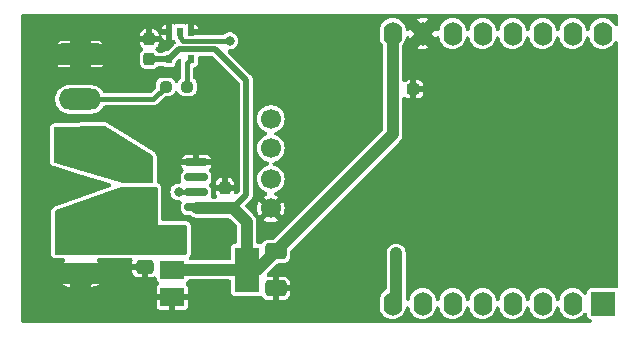
<source format=gbr>
%TF.GenerationSoftware,KiCad,Pcbnew,7.0.10*%
%TF.CreationDate,2024-01-19T02:19:35-05:00*%
%TF.ProjectId,ESP8266_Count2,45535038-3236-4365-9f43-6f756e74322e,v2*%
%TF.SameCoordinates,Original*%
%TF.FileFunction,Copper,L2,Bot*%
%TF.FilePolarity,Positive*%
%FSLAX46Y46*%
G04 Gerber Fmt 4.6, Leading zero omitted, Abs format (unit mm)*
G04 Created by KiCad (PCBNEW 7.0.10) date 2024-01-19 02:19:35*
%MOMM*%
%LPD*%
G01*
G04 APERTURE LIST*
G04 Aperture macros list*
%AMRoundRect*
0 Rectangle with rounded corners*
0 $1 Rounding radius*
0 $2 $3 $4 $5 $6 $7 $8 $9 X,Y pos of 4 corners*
0 Add a 4 corners polygon primitive as box body*
4,1,4,$2,$3,$4,$5,$6,$7,$8,$9,$2,$3,0*
0 Add four circle primitives for the rounded corners*
1,1,$1+$1,$2,$3*
1,1,$1+$1,$4,$5*
1,1,$1+$1,$6,$7*
1,1,$1+$1,$8,$9*
0 Add four rect primitives between the rounded corners*
20,1,$1+$1,$2,$3,$4,$5,0*
20,1,$1+$1,$4,$5,$6,$7,0*
20,1,$1+$1,$6,$7,$8,$9,0*
20,1,$1+$1,$8,$9,$2,$3,0*%
G04 Aperture macros list end*
%TA.AperFunction,ComponentPad*%
%ADD10R,2.000000X2.000000*%
%TD*%
%TA.AperFunction,ComponentPad*%
%ADD11O,1.600000X2.000000*%
%TD*%
%TA.AperFunction,SMDPad,CuDef*%
%ADD12RoundRect,0.237500X-0.300000X-0.237500X0.300000X-0.237500X0.300000X0.237500X-0.300000X0.237500X0*%
%TD*%
%TA.AperFunction,SMDPad,CuDef*%
%ADD13RoundRect,0.237500X0.237500X-0.300000X0.237500X0.300000X-0.237500X0.300000X-0.237500X-0.300000X0*%
%TD*%
%TA.AperFunction,SMDPad,CuDef*%
%ADD14R,0.510000X0.700000*%
%TD*%
%TA.AperFunction,ComponentPad*%
%ADD15RoundRect,0.250000X-1.550000X0.650000X-1.550000X-0.650000X1.550000X-0.650000X1.550000X0.650000X0*%
%TD*%
%TA.AperFunction,ComponentPad*%
%ADD16O,3.600000X1.800000*%
%TD*%
%TA.AperFunction,ComponentPad*%
%ADD17C,1.700000*%
%TD*%
%TA.AperFunction,SMDPad,CuDef*%
%ADD18RoundRect,0.250000X-0.650000X0.412500X-0.650000X-0.412500X0.650000X-0.412500X0.650000X0.412500X0*%
%TD*%
%TA.AperFunction,SMDPad,CuDef*%
%ADD19RoundRect,0.237500X-0.250000X-0.237500X0.250000X-0.237500X0.250000X0.237500X-0.250000X0.237500X0*%
%TD*%
%TA.AperFunction,SMDPad,CuDef*%
%ADD20R,2.000000X1.500000*%
%TD*%
%TA.AperFunction,SMDPad,CuDef*%
%ADD21R,2.000000X3.800000*%
%TD*%
%TA.AperFunction,SMDPad,CuDef*%
%ADD22RoundRect,0.250000X-0.475000X0.337500X-0.475000X-0.337500X0.475000X-0.337500X0.475000X0.337500X0*%
%TD*%
%TA.AperFunction,SMDPad,CuDef*%
%ADD23RoundRect,0.150000X-0.825000X-0.150000X0.825000X-0.150000X0.825000X0.150000X-0.825000X0.150000X0*%
%TD*%
%TA.AperFunction,ViaPad*%
%ADD24C,0.800000*%
%TD*%
%TA.AperFunction,Conductor*%
%ADD25C,1.000000*%
%TD*%
%TA.AperFunction,Conductor*%
%ADD26C,0.400000*%
%TD*%
%TA.AperFunction,Conductor*%
%ADD27C,0.500000*%
%TD*%
G04 APERTURE END LIST*
D10*
%TO.P,U6,1,~{RST}*%
%TO.N,unconnected-(U6-~{RST}-Pad1)*%
X159190000Y-83345000D03*
D11*
%TO.P,U6,2,A0*%
%TO.N,IN1*%
X156650000Y-83345000D03*
%TO.P,U6,3,D0*%
%TO.N,unconnected-(U6-D0-Pad3)*%
X154110000Y-83345000D03*
%TO.P,U6,4,SCK/D5*%
%TO.N,unconnected-(U6-SCK{slash}D5-Pad4)*%
X151570000Y-83345000D03*
%TO.P,U6,5,MISO/D6*%
%TO.N,unconnected-(U6-MISO{slash}D6-Pad5)*%
X149030000Y-83345000D03*
%TO.P,U6,6,MOSI/D7*%
%TO.N,unconnected-(U6-MOSI{slash}D7-Pad6)*%
X146490000Y-83345000D03*
%TO.P,U6,7,CS/D8*%
%TO.N,SW1*%
X143950000Y-83345000D03*
%TO.P,U6,8,3V3*%
%TO.N,+3.3V*%
X141410000Y-83345000D03*
%TO.P,U6,9,5V*%
%TO.N,+5V*%
X141410000Y-60485000D03*
%TO.P,U6,10,GND*%
%TO.N,GND*%
X143950000Y-60485000D03*
%TO.P,U6,11,D4*%
%TO.N,OUT1*%
X146490000Y-60485000D03*
%TO.P,U6,12,D3*%
%TO.N,unconnected-(U6-D3-Pad12)*%
X149030000Y-60485000D03*
%TO.P,U6,13,SDA/D2*%
%TO.N,I2C_SDA*%
X151570000Y-60485000D03*
%TO.P,U6,14,SCL/D1*%
%TO.N,I2C_SCL*%
X154110000Y-60485000D03*
%TO.P,U6,15,RX*%
%TO.N,unconnected-(U6-RX-Pad15)*%
X156650000Y-60485000D03*
%TO.P,U6,16,TX*%
%TO.N,unconnected-(U6-TX-Pad16)*%
X159190000Y-60485000D03*
%TD*%
D12*
%TO.P,C4,1*%
%TO.N,+5V*%
X141437500Y-65200000D03*
%TO.P,C4,2*%
%TO.N,GND*%
X143162500Y-65200000D03*
%TD*%
D13*
%TO.P,C5,1*%
%TO.N,+5V*%
X120800000Y-62662500D03*
%TO.P,C5,2*%
%TO.N,GND*%
X120800000Y-60937500D03*
%TD*%
D14*
%TO.P,U4,1*%
%TO.N,GND*%
X122450000Y-60340000D03*
%TO.P,U4,2*%
%TO.N,OUT1*%
X123400000Y-60340000D03*
%TO.P,U4,3,GND*%
%TO.N,GND*%
X124350000Y-60340000D03*
%TO.P,U4,4*%
%TO.N,Net-(R7-Pad2)*%
X124350000Y-62660000D03*
%TO.P,U4,5,VCC*%
%TO.N,+5V*%
X122450000Y-62660000D03*
%TD*%
D15*
%TO.P,J2,1,Pin_1*%
%TO.N,GND*%
X114957500Y-62250000D03*
D16*
%TO.P,J2,2,Pin_2*%
%TO.N,/DOUT1*%
X114957500Y-66060000D03*
%TO.P,J2,3,Pin_3*%
%TO.N,VOUT1*%
X114957500Y-69870000D03*
%TD*%
D17*
%TO.P,J3,1,Pin_1*%
%TO.N,I2C_SDA*%
X131100000Y-67700000D03*
%TO.P,J3,2,Pin_2*%
%TO.N,I2C_SCL*%
X131100000Y-70200000D03*
%TO.P,J3,3,Pin_3*%
%TO.N,+3.3V*%
X131100000Y-72800000D03*
%TO.P,J3,4,Pin_4*%
%TO.N,GND*%
X131100000Y-75300000D03*
%TD*%
D15*
%TO.P,TB1,1,P1*%
%TO.N,VIN1*%
X115000000Y-77000000D03*
D16*
%TO.P,TB1,2,P2*%
%TO.N,GND*%
X115000000Y-80810000D03*
%TD*%
D18*
%TO.P,C1,1*%
%TO.N,+5V*%
X131500000Y-78937500D03*
%TO.P,C1,2*%
%TO.N,GND*%
X131500000Y-82062500D03*
%TD*%
D19*
%TO.P,R7,1*%
%TO.N,/DOUT1*%
X122187500Y-65000000D03*
%TO.P,R7,2*%
%TO.N,Net-(R7-Pad2)*%
X124012500Y-65000000D03*
%TD*%
D20*
%TO.P,U2,1,GND*%
%TO.N,GND*%
X122750000Y-82800000D03*
%TO.P,U2,2,VO*%
%TO.N,+5V*%
X122750000Y-80500000D03*
D21*
X129050000Y-80500000D03*
D20*
%TO.P,U2,3,VI*%
%TO.N,VIN1*%
X122750000Y-78200000D03*
%TD*%
D22*
%TO.P,C2,1*%
%TO.N,VIN1*%
X120400000Y-78162500D03*
%TO.P,C2,2*%
%TO.N,GND*%
X120400000Y-80237500D03*
%TD*%
D13*
%TO.P,C6,1*%
%TO.N,+5V*%
X127200000Y-75262500D03*
%TO.P,C6,2*%
%TO.N,GND*%
X127200000Y-73537500D03*
%TD*%
D23*
%TO.P,U5,1,IP+*%
%TO.N,VIN1*%
X119825000Y-75205000D03*
%TO.P,U5,2,IP+*%
X119825000Y-73935000D03*
%TO.P,U5,3,IP-*%
%TO.N,VOUT1*%
X119825000Y-72665000D03*
%TO.P,U5,4,IP-*%
X119825000Y-71395000D03*
%TO.P,U5,5,GND*%
%TO.N,GND*%
X124775000Y-71395000D03*
%TO.P,U5,6,NC*%
%TO.N,unconnected-(U5-NC-Pad6)*%
X124775000Y-72665000D03*
%TO.P,U5,7,VOUT*%
%TO.N,IN1*%
X124775000Y-73935000D03*
%TO.P,U5,8,VCC*%
%TO.N,+5V*%
X124775000Y-75205000D03*
%TD*%
D24*
%TO.N,+3.3V*%
X141700000Y-79100000D03*
%TO.N,GND*%
X134000000Y-59600000D03*
X139700000Y-59700000D03*
X144500000Y-65200000D03*
X137500000Y-78800000D03*
X135700000Y-77000000D03*
X139500000Y-82600000D03*
X139500000Y-83900000D03*
X139500000Y-81300000D03*
X134000000Y-63900000D03*
X130200000Y-63900000D03*
X130100000Y-61700000D03*
X122900000Y-71400000D03*
X125900000Y-69900000D03*
X127300000Y-69900000D03*
X127300000Y-71200000D03*
X133400000Y-83800000D03*
X133400000Y-80400000D03*
X133500000Y-82000000D03*
X129100000Y-83400000D03*
X126900000Y-78100000D03*
X125000000Y-78100000D03*
X134000000Y-61700000D03*
X139700000Y-61700000D03*
X134000000Y-66400000D03*
X139700000Y-66600000D03*
X143200000Y-66600000D03*
X143200000Y-63900000D03*
X139700000Y-63900000D03*
%TO.N,OUT1*%
X127600000Y-61090000D03*
%TO.N,GND*%
X126000000Y-63000000D03*
X127600000Y-59600000D03*
X120800000Y-59500000D03*
X125900000Y-59600000D03*
X124800000Y-67600000D03*
X126400000Y-66100000D03*
X127900000Y-67900000D03*
%TO.N,IN1*%
X123300000Y-73900000D03*
%TO.N,GND*%
X125050000Y-83100000D03*
X124300000Y-70000000D03*
X131500000Y-83800000D03*
X118850000Y-80300000D03*
X120300000Y-67850000D03*
X120700000Y-83150000D03*
X126500000Y-83100000D03*
X120600000Y-84050000D03*
X120400000Y-81700000D03*
X119850000Y-64700000D03*
%TD*%
D25*
%TO.N,+3.3V*%
X141700000Y-79100000D02*
X141700000Y-83110000D01*
X141700000Y-83110000D02*
X141410000Y-83400000D01*
D26*
%TO.N,IN1*%
X124740000Y-73900000D02*
X124775000Y-73935000D01*
X123300000Y-73900000D02*
X124740000Y-73900000D01*
%TO.N,OUT1*%
X127600000Y-61090000D02*
X123695000Y-61090000D01*
X123400000Y-60795000D02*
X123400000Y-60340000D01*
X123695000Y-61090000D02*
X123400000Y-60795000D01*
D27*
%TO.N,+5V*%
X129000000Y-74125000D02*
X127862500Y-75262500D01*
X129000000Y-64400000D02*
X129000000Y-74125000D01*
X123310000Y-61800000D02*
X126400000Y-61800000D01*
X122450000Y-62660000D02*
X123310000Y-61800000D01*
X126400000Y-61800000D02*
X129000000Y-64400000D01*
D26*
%TO.N,/DOUT1*%
X121127500Y-66060000D02*
X114957500Y-66060000D01*
X122187500Y-65000000D02*
X121127500Y-66060000D01*
%TO.N,Net-(R7-Pad2)*%
X124012500Y-62997500D02*
X124350000Y-62660000D01*
X124012500Y-65000000D02*
X124012500Y-62997500D01*
D27*
%TO.N,+5V*%
X122447500Y-62662500D02*
X122450000Y-62660000D01*
X120800000Y-62662500D02*
X122447500Y-62662500D01*
D25*
X129050000Y-76450000D02*
X129050000Y-78200000D01*
X127862500Y-75262500D02*
X129050000Y-76450000D01*
X127200000Y-75262500D02*
X127862500Y-75262500D01*
X129050000Y-80500000D02*
X122750000Y-80500000D01*
X141410000Y-69027500D02*
X141410000Y-60540000D01*
X131500000Y-78937500D02*
X141410000Y-69027500D01*
X129937500Y-80500000D02*
X131500000Y-78937500D01*
X129050000Y-80500000D02*
X129937500Y-80500000D01*
D26*
%TO.N,IN1*%
X123985000Y-73935000D02*
X124775000Y-73935000D01*
D25*
%TO.N,+5V*%
X127200000Y-75262500D02*
X124832500Y-75262500D01*
X129050000Y-78350000D02*
X129050000Y-80500000D01*
%TD*%
%TA.AperFunction,Conductor*%
%TO.N,GND*%
G36*
X160405291Y-58820660D02*
G01*
X160468345Y-58876521D01*
X160498217Y-58955286D01*
X160499500Y-58976500D01*
X160499500Y-59680484D01*
X160479340Y-59762275D01*
X160423479Y-59825329D01*
X160344714Y-59855201D01*
X160261090Y-59845047D01*
X160191762Y-59797194D01*
X160167066Y-59761133D01*
X160140497Y-59709599D01*
X160126771Y-59682974D01*
X159995908Y-59516568D01*
X159911517Y-59443442D01*
X159835923Y-59377938D01*
X159835920Y-59377937D01*
X159835918Y-59377935D01*
X159652582Y-59272087D01*
X159652579Y-59272085D01*
X159505469Y-59221170D01*
X159452527Y-59202847D01*
X159452525Y-59202846D01*
X159452524Y-59202846D01*
X159242992Y-59172719D01*
X159242982Y-59172719D01*
X159031531Y-59182791D01*
X159031527Y-59182791D01*
X159031526Y-59182792D01*
X158948863Y-59202846D01*
X158825791Y-59232703D01*
X158633233Y-59320641D01*
X158633227Y-59320644D01*
X158460783Y-59443442D01*
X158314697Y-59596654D01*
X158226827Y-59733383D01*
X158200243Y-59774748D01*
X158121562Y-59971283D01*
X158093786Y-60115400D01*
X158058512Y-60191898D01*
X157991727Y-60243241D01*
X157908733Y-60257666D01*
X157828540Y-60231870D01*
X157769522Y-60171761D01*
X157745764Y-60098821D01*
X157743419Y-60074261D01*
X157713181Y-59971279D01*
X157683777Y-59871138D01*
X157586771Y-59682974D01*
X157455908Y-59516568D01*
X157371517Y-59443442D01*
X157295923Y-59377938D01*
X157295920Y-59377937D01*
X157295918Y-59377935D01*
X157112582Y-59272087D01*
X157112579Y-59272085D01*
X156965469Y-59221170D01*
X156912527Y-59202847D01*
X156912525Y-59202846D01*
X156912524Y-59202846D01*
X156702992Y-59172719D01*
X156702982Y-59172719D01*
X156491531Y-59182791D01*
X156491527Y-59182791D01*
X156491526Y-59182792D01*
X156408863Y-59202846D01*
X156285791Y-59232703D01*
X156093233Y-59320641D01*
X156093227Y-59320644D01*
X155920783Y-59443442D01*
X155774697Y-59596654D01*
X155686827Y-59733383D01*
X155660243Y-59774748D01*
X155581562Y-59971283D01*
X155553786Y-60115400D01*
X155518512Y-60191898D01*
X155451727Y-60243241D01*
X155368733Y-60257666D01*
X155288540Y-60231870D01*
X155229522Y-60171761D01*
X155205764Y-60098821D01*
X155203419Y-60074261D01*
X155173181Y-59971279D01*
X155143777Y-59871138D01*
X155046771Y-59682974D01*
X154915908Y-59516568D01*
X154831517Y-59443442D01*
X154755923Y-59377938D01*
X154755920Y-59377937D01*
X154755918Y-59377935D01*
X154572582Y-59272087D01*
X154572579Y-59272085D01*
X154425469Y-59221170D01*
X154372527Y-59202847D01*
X154372525Y-59202846D01*
X154372524Y-59202846D01*
X154162992Y-59172719D01*
X154162982Y-59172719D01*
X153951531Y-59182791D01*
X153951527Y-59182791D01*
X153951526Y-59182792D01*
X153868863Y-59202846D01*
X153745791Y-59232703D01*
X153553233Y-59320641D01*
X153553227Y-59320644D01*
X153380783Y-59443442D01*
X153234697Y-59596654D01*
X153146827Y-59733383D01*
X153120243Y-59774748D01*
X153041562Y-59971283D01*
X153013786Y-60115400D01*
X152978512Y-60191898D01*
X152911727Y-60243241D01*
X152828733Y-60257666D01*
X152748540Y-60231870D01*
X152689522Y-60171761D01*
X152665764Y-60098821D01*
X152663419Y-60074261D01*
X152633181Y-59971279D01*
X152603777Y-59871138D01*
X152506771Y-59682974D01*
X152375908Y-59516568D01*
X152291517Y-59443442D01*
X152215923Y-59377938D01*
X152215920Y-59377937D01*
X152215918Y-59377935D01*
X152032582Y-59272087D01*
X152032579Y-59272085D01*
X151885469Y-59221170D01*
X151832527Y-59202847D01*
X151832525Y-59202846D01*
X151832524Y-59202846D01*
X151622992Y-59172719D01*
X151622982Y-59172719D01*
X151411531Y-59182791D01*
X151411527Y-59182791D01*
X151411526Y-59182792D01*
X151328863Y-59202846D01*
X151205791Y-59232703D01*
X151013233Y-59320641D01*
X151013227Y-59320644D01*
X150840783Y-59443442D01*
X150694697Y-59596654D01*
X150606827Y-59733383D01*
X150580243Y-59774748D01*
X150501562Y-59971283D01*
X150473786Y-60115400D01*
X150438512Y-60191898D01*
X150371727Y-60243241D01*
X150288733Y-60257666D01*
X150208540Y-60231870D01*
X150149522Y-60171761D01*
X150125764Y-60098821D01*
X150123419Y-60074261D01*
X150093181Y-59971279D01*
X150063777Y-59871138D01*
X149966771Y-59682974D01*
X149835908Y-59516568D01*
X149751517Y-59443442D01*
X149675923Y-59377938D01*
X149675920Y-59377937D01*
X149675918Y-59377935D01*
X149492582Y-59272087D01*
X149492579Y-59272085D01*
X149345469Y-59221170D01*
X149292527Y-59202847D01*
X149292525Y-59202846D01*
X149292524Y-59202846D01*
X149082992Y-59172719D01*
X149082982Y-59172719D01*
X148871531Y-59182791D01*
X148871527Y-59182791D01*
X148871526Y-59182792D01*
X148788863Y-59202846D01*
X148665791Y-59232703D01*
X148473233Y-59320641D01*
X148473227Y-59320644D01*
X148300783Y-59443442D01*
X148154697Y-59596654D01*
X148066827Y-59733383D01*
X148040243Y-59774748D01*
X147961562Y-59971283D01*
X147933786Y-60115400D01*
X147898512Y-60191898D01*
X147831727Y-60243241D01*
X147748733Y-60257666D01*
X147668540Y-60231870D01*
X147609522Y-60171761D01*
X147585764Y-60098821D01*
X147583419Y-60074261D01*
X147553181Y-59971279D01*
X147523777Y-59871138D01*
X147426771Y-59682974D01*
X147295908Y-59516568D01*
X147211517Y-59443442D01*
X147135923Y-59377938D01*
X147135920Y-59377937D01*
X147135918Y-59377935D01*
X146952582Y-59272087D01*
X146952579Y-59272085D01*
X146805469Y-59221170D01*
X146752527Y-59202847D01*
X146752525Y-59202846D01*
X146752524Y-59202846D01*
X146542992Y-59172719D01*
X146542982Y-59172719D01*
X146331531Y-59182791D01*
X146331527Y-59182791D01*
X146331526Y-59182792D01*
X146248863Y-59202846D01*
X146125791Y-59232703D01*
X145933233Y-59320641D01*
X145933227Y-59320644D01*
X145760783Y-59443442D01*
X145614697Y-59596654D01*
X145526827Y-59733383D01*
X145500243Y-59774748D01*
X145421562Y-59971283D01*
X145393450Y-60117145D01*
X145358176Y-60193643D01*
X145291392Y-60244986D01*
X145208397Y-60259411D01*
X145128205Y-60233615D01*
X145069186Y-60173506D01*
X145045428Y-60100568D01*
X145045088Y-60097017D01*
X144657107Y-60485000D01*
X145042633Y-60870526D01*
X145046043Y-60852833D01*
X145081317Y-60776334D01*
X145148101Y-60724991D01*
X145231096Y-60710565D01*
X145311288Y-60736360D01*
X145370307Y-60796469D01*
X145394066Y-60869405D01*
X145396581Y-60895739D01*
X145448553Y-61072743D01*
X145456223Y-61098862D01*
X145553229Y-61287026D01*
X145553230Y-61287027D01*
X145553232Y-61287030D01*
X145684085Y-61453424D01*
X145684088Y-61453427D01*
X145684092Y-61453432D01*
X145684098Y-61453437D01*
X145844076Y-61592061D01*
X145844078Y-61592061D01*
X145844082Y-61592065D01*
X146027418Y-61697913D01*
X146027420Y-61697914D01*
X146065282Y-61711018D01*
X146227473Y-61767153D01*
X146331077Y-61782049D01*
X146437007Y-61797280D01*
X146437009Y-61797280D01*
X146437016Y-61797281D01*
X146648474Y-61787208D01*
X146854204Y-61737298D01*
X147046771Y-61649356D01*
X147219215Y-61526559D01*
X147365303Y-61373346D01*
X147479756Y-61195254D01*
X147558436Y-60998721D01*
X147586213Y-60854596D01*
X147621486Y-60778102D01*
X147688270Y-60726759D01*
X147771265Y-60712333D01*
X147851457Y-60738129D01*
X147910476Y-60798237D01*
X147934235Y-60871174D01*
X147936581Y-60895739D01*
X147944140Y-60921482D01*
X147988553Y-61072743D01*
X147996223Y-61098862D01*
X148093229Y-61287026D01*
X148093230Y-61287027D01*
X148093232Y-61287030D01*
X148224085Y-61453424D01*
X148224088Y-61453427D01*
X148224092Y-61453432D01*
X148224098Y-61453437D01*
X148384076Y-61592061D01*
X148384078Y-61592061D01*
X148384082Y-61592065D01*
X148567418Y-61697913D01*
X148567420Y-61697914D01*
X148605282Y-61711018D01*
X148767473Y-61767153D01*
X148871077Y-61782049D01*
X148977007Y-61797280D01*
X148977009Y-61797280D01*
X148977016Y-61797281D01*
X149188474Y-61787208D01*
X149394204Y-61737298D01*
X149586771Y-61649356D01*
X149759215Y-61526559D01*
X149905303Y-61373346D01*
X150019756Y-61195254D01*
X150098436Y-60998721D01*
X150126213Y-60854596D01*
X150161486Y-60778102D01*
X150228270Y-60726759D01*
X150311265Y-60712333D01*
X150391457Y-60738129D01*
X150450476Y-60798237D01*
X150474235Y-60871174D01*
X150476581Y-60895739D01*
X150484140Y-60921482D01*
X150528553Y-61072743D01*
X150536223Y-61098862D01*
X150633229Y-61287026D01*
X150633230Y-61287027D01*
X150633232Y-61287030D01*
X150764085Y-61453424D01*
X150764088Y-61453427D01*
X150764092Y-61453432D01*
X150764098Y-61453437D01*
X150924076Y-61592061D01*
X150924078Y-61592061D01*
X150924082Y-61592065D01*
X151107418Y-61697913D01*
X151107420Y-61697914D01*
X151145282Y-61711018D01*
X151307473Y-61767153D01*
X151411077Y-61782049D01*
X151517007Y-61797280D01*
X151517009Y-61797280D01*
X151517016Y-61797281D01*
X151728474Y-61787208D01*
X151934204Y-61737298D01*
X152126771Y-61649356D01*
X152299215Y-61526559D01*
X152445303Y-61373346D01*
X152559756Y-61195254D01*
X152638436Y-60998721D01*
X152666213Y-60854596D01*
X152701486Y-60778102D01*
X152768270Y-60726759D01*
X152851265Y-60712333D01*
X152931457Y-60738129D01*
X152990476Y-60798237D01*
X153014235Y-60871174D01*
X153016581Y-60895739D01*
X153024140Y-60921482D01*
X153068553Y-61072743D01*
X153076223Y-61098862D01*
X153173229Y-61287026D01*
X153173230Y-61287027D01*
X153173232Y-61287030D01*
X153304085Y-61453424D01*
X153304088Y-61453427D01*
X153304092Y-61453432D01*
X153304098Y-61453437D01*
X153464076Y-61592061D01*
X153464078Y-61592061D01*
X153464082Y-61592065D01*
X153647418Y-61697913D01*
X153647420Y-61697914D01*
X153685282Y-61711018D01*
X153847473Y-61767153D01*
X153951077Y-61782049D01*
X154057007Y-61797280D01*
X154057009Y-61797280D01*
X154057016Y-61797281D01*
X154268474Y-61787208D01*
X154474204Y-61737298D01*
X154666771Y-61649356D01*
X154839215Y-61526559D01*
X154985303Y-61373346D01*
X155099756Y-61195254D01*
X155178436Y-60998721D01*
X155206213Y-60854596D01*
X155241486Y-60778102D01*
X155308270Y-60726759D01*
X155391265Y-60712333D01*
X155471457Y-60738129D01*
X155530476Y-60798237D01*
X155554235Y-60871174D01*
X155556581Y-60895739D01*
X155564140Y-60921482D01*
X155608553Y-61072743D01*
X155616223Y-61098862D01*
X155713229Y-61287026D01*
X155713230Y-61287027D01*
X155713232Y-61287030D01*
X155844085Y-61453424D01*
X155844088Y-61453427D01*
X155844092Y-61453432D01*
X155844098Y-61453437D01*
X156004076Y-61592061D01*
X156004078Y-61592061D01*
X156004082Y-61592065D01*
X156187418Y-61697913D01*
X156187420Y-61697914D01*
X156225282Y-61711018D01*
X156387473Y-61767153D01*
X156491077Y-61782049D01*
X156597007Y-61797280D01*
X156597009Y-61797280D01*
X156597016Y-61797281D01*
X156808474Y-61787208D01*
X157014204Y-61737298D01*
X157206771Y-61649356D01*
X157379215Y-61526559D01*
X157525303Y-61373346D01*
X157639756Y-61195254D01*
X157718436Y-60998721D01*
X157746213Y-60854596D01*
X157781486Y-60778102D01*
X157848270Y-60726759D01*
X157931265Y-60712333D01*
X158011457Y-60738129D01*
X158070476Y-60798237D01*
X158094235Y-60871174D01*
X158096581Y-60895739D01*
X158104140Y-60921482D01*
X158148553Y-61072743D01*
X158156223Y-61098862D01*
X158253229Y-61287026D01*
X158253230Y-61287027D01*
X158253232Y-61287030D01*
X158384085Y-61453424D01*
X158384088Y-61453427D01*
X158384092Y-61453432D01*
X158384098Y-61453437D01*
X158544076Y-61592061D01*
X158544078Y-61592061D01*
X158544082Y-61592065D01*
X158727418Y-61697913D01*
X158727420Y-61697914D01*
X158765282Y-61711018D01*
X158927473Y-61767153D01*
X159031077Y-61782049D01*
X159137007Y-61797280D01*
X159137009Y-61797280D01*
X159137016Y-61797281D01*
X159348474Y-61787208D01*
X159554204Y-61737298D01*
X159746771Y-61649356D01*
X159919215Y-61526559D01*
X160065303Y-61373346D01*
X160175441Y-61201967D01*
X160236618Y-61144062D01*
X160317701Y-61121219D01*
X160400112Y-61138672D01*
X160464972Y-61192425D01*
X160497423Y-61270163D01*
X160499500Y-61297123D01*
X160499500Y-81874317D01*
X160479340Y-81956108D01*
X160423479Y-82019162D01*
X160344714Y-82049034D01*
X160275272Y-82040602D01*
X160274629Y-82042967D01*
X160261860Y-82039492D01*
X160248959Y-82037996D01*
X160236064Y-82036500D01*
X158143936Y-82036500D01*
X158122443Y-82038993D01*
X158118144Y-82039492D01*
X158012634Y-82086079D01*
X157931079Y-82167634D01*
X157884492Y-82273144D01*
X157881500Y-82298940D01*
X157881500Y-82409233D01*
X157861340Y-82491024D01*
X157805479Y-82554078D01*
X157726714Y-82583950D01*
X157643090Y-82573796D01*
X157573762Y-82525943D01*
X157567155Y-82518029D01*
X157455914Y-82376575D01*
X157455911Y-82376572D01*
X157455908Y-82376568D01*
X157448397Y-82370060D01*
X157295923Y-82237938D01*
X157295920Y-82237937D01*
X157295918Y-82237935D01*
X157112582Y-82132087D01*
X157112579Y-82132085D01*
X156965469Y-82081170D01*
X156912527Y-82062847D01*
X156912525Y-82062846D01*
X156912524Y-82062846D01*
X156702992Y-82032719D01*
X156702982Y-82032719D01*
X156491531Y-82042791D01*
X156491527Y-82042791D01*
X156491526Y-82042792D01*
X156409642Y-82062657D01*
X156285791Y-82092703D01*
X156093233Y-82180641D01*
X156093227Y-82180644D01*
X155920783Y-82303442D01*
X155774696Y-82456655D01*
X155660243Y-82634748D01*
X155581562Y-82831283D01*
X155553786Y-82975400D01*
X155518512Y-83051898D01*
X155451727Y-83103241D01*
X155368733Y-83117666D01*
X155288540Y-83091870D01*
X155229522Y-83031761D01*
X155205764Y-82958821D01*
X155203419Y-82934261D01*
X155200337Y-82923763D01*
X155143777Y-82731138D01*
X155046771Y-82542974D01*
X155005917Y-82491024D01*
X154915914Y-82376575D01*
X154915911Y-82376572D01*
X154915908Y-82376568D01*
X154908397Y-82370060D01*
X154755923Y-82237938D01*
X154755920Y-82237937D01*
X154755918Y-82237935D01*
X154572582Y-82132087D01*
X154572579Y-82132085D01*
X154425469Y-82081170D01*
X154372527Y-82062847D01*
X154372525Y-82062846D01*
X154372524Y-82062846D01*
X154162992Y-82032719D01*
X154162982Y-82032719D01*
X153951531Y-82042791D01*
X153951527Y-82042791D01*
X153951526Y-82042792D01*
X153869642Y-82062657D01*
X153745791Y-82092703D01*
X153553233Y-82180641D01*
X153553227Y-82180644D01*
X153380783Y-82303442D01*
X153234696Y-82456655D01*
X153120243Y-82634748D01*
X153041562Y-82831283D01*
X153013786Y-82975400D01*
X152978512Y-83051898D01*
X152911727Y-83103241D01*
X152828733Y-83117666D01*
X152748540Y-83091870D01*
X152689522Y-83031761D01*
X152665764Y-82958821D01*
X152663419Y-82934261D01*
X152660337Y-82923763D01*
X152603777Y-82731138D01*
X152506771Y-82542974D01*
X152465917Y-82491024D01*
X152375914Y-82376575D01*
X152375911Y-82376572D01*
X152375908Y-82376568D01*
X152368397Y-82370060D01*
X152215923Y-82237938D01*
X152215920Y-82237937D01*
X152215918Y-82237935D01*
X152032582Y-82132087D01*
X152032579Y-82132085D01*
X151885469Y-82081170D01*
X151832527Y-82062847D01*
X151832525Y-82062846D01*
X151832524Y-82062846D01*
X151622992Y-82032719D01*
X151622982Y-82032719D01*
X151411531Y-82042791D01*
X151411527Y-82042791D01*
X151411526Y-82042792D01*
X151329642Y-82062657D01*
X151205791Y-82092703D01*
X151013233Y-82180641D01*
X151013227Y-82180644D01*
X150840783Y-82303442D01*
X150694696Y-82456655D01*
X150580243Y-82634748D01*
X150501562Y-82831283D01*
X150473786Y-82975400D01*
X150438512Y-83051898D01*
X150371727Y-83103241D01*
X150288733Y-83117666D01*
X150208540Y-83091870D01*
X150149522Y-83031761D01*
X150125764Y-82958821D01*
X150123419Y-82934261D01*
X150120337Y-82923763D01*
X150063777Y-82731138D01*
X149966771Y-82542974D01*
X149925917Y-82491024D01*
X149835914Y-82376575D01*
X149835911Y-82376572D01*
X149835908Y-82376568D01*
X149828397Y-82370060D01*
X149675923Y-82237938D01*
X149675920Y-82237937D01*
X149675918Y-82237935D01*
X149492582Y-82132087D01*
X149492579Y-82132085D01*
X149345469Y-82081170D01*
X149292527Y-82062847D01*
X149292525Y-82062846D01*
X149292524Y-82062846D01*
X149082992Y-82032719D01*
X149082982Y-82032719D01*
X148871531Y-82042791D01*
X148871527Y-82042791D01*
X148871526Y-82042792D01*
X148789642Y-82062657D01*
X148665791Y-82092703D01*
X148473233Y-82180641D01*
X148473227Y-82180644D01*
X148300783Y-82303442D01*
X148154696Y-82456655D01*
X148040243Y-82634748D01*
X147961562Y-82831283D01*
X147933786Y-82975400D01*
X147898512Y-83051898D01*
X147831727Y-83103241D01*
X147748733Y-83117666D01*
X147668540Y-83091870D01*
X147609522Y-83031761D01*
X147585764Y-82958821D01*
X147583419Y-82934261D01*
X147580337Y-82923763D01*
X147523777Y-82731138D01*
X147426771Y-82542974D01*
X147385917Y-82491024D01*
X147295914Y-82376575D01*
X147295911Y-82376572D01*
X147295908Y-82376568D01*
X147288397Y-82370060D01*
X147135923Y-82237938D01*
X147135920Y-82237937D01*
X147135918Y-82237935D01*
X146952582Y-82132087D01*
X146952579Y-82132085D01*
X146805469Y-82081170D01*
X146752527Y-82062847D01*
X146752525Y-82062846D01*
X146752524Y-82062846D01*
X146542992Y-82032719D01*
X146542982Y-82032719D01*
X146331531Y-82042791D01*
X146331527Y-82042791D01*
X146331526Y-82042792D01*
X146249642Y-82062657D01*
X146125791Y-82092703D01*
X145933233Y-82180641D01*
X145933227Y-82180644D01*
X145760783Y-82303442D01*
X145614696Y-82456655D01*
X145500243Y-82634748D01*
X145421562Y-82831283D01*
X145393786Y-82975400D01*
X145358512Y-83051898D01*
X145291727Y-83103241D01*
X145208733Y-83117666D01*
X145128540Y-83091870D01*
X145069522Y-83031761D01*
X145045764Y-82958821D01*
X145043419Y-82934261D01*
X145040337Y-82923763D01*
X144983777Y-82731138D01*
X144886771Y-82542974D01*
X144845917Y-82491024D01*
X144755914Y-82376575D01*
X144755911Y-82376572D01*
X144755908Y-82376568D01*
X144748397Y-82370060D01*
X144595923Y-82237938D01*
X144595920Y-82237937D01*
X144595918Y-82237935D01*
X144412582Y-82132087D01*
X144412579Y-82132085D01*
X144265469Y-82081170D01*
X144212527Y-82062847D01*
X144212525Y-82062846D01*
X144212524Y-82062846D01*
X144002992Y-82032719D01*
X144002982Y-82032719D01*
X143791531Y-82042791D01*
X143791527Y-82042791D01*
X143791526Y-82042792D01*
X143709642Y-82062657D01*
X143585791Y-82092703D01*
X143393233Y-82180641D01*
X143393227Y-82180644D01*
X143220783Y-82303442D01*
X143074696Y-82456655D01*
X142960243Y-82634748D01*
X142881562Y-82831283D01*
X142857319Y-82957071D01*
X142822045Y-83033569D01*
X142755261Y-83084912D01*
X142672266Y-83099337D01*
X142592074Y-83073541D01*
X142533055Y-83013432D01*
X142508731Y-82932781D01*
X142508500Y-82923763D01*
X142508500Y-79054597D01*
X142508499Y-79054586D01*
X142493217Y-78918953D01*
X142493216Y-78918950D01*
X142433045Y-78746989D01*
X142433040Y-78746980D01*
X142336112Y-78592720D01*
X142207279Y-78463887D01*
X142053019Y-78366959D01*
X142053010Y-78366954D01*
X141881049Y-78306783D01*
X141881044Y-78306782D01*
X141700004Y-78286384D01*
X141699996Y-78286384D01*
X141518955Y-78306782D01*
X141518950Y-78306783D01*
X141346989Y-78366954D01*
X141346980Y-78366959D01*
X141192720Y-78463887D01*
X141063887Y-78592720D01*
X140966959Y-78746980D01*
X140966954Y-78746989D01*
X140906783Y-78918950D01*
X140906782Y-78918955D01*
X140891500Y-79054586D01*
X140891500Y-82062657D01*
X140871340Y-82144448D01*
X140817590Y-82206022D01*
X140680785Y-82303440D01*
X140534696Y-82456655D01*
X140420243Y-82634748D01*
X140391915Y-82705508D01*
X140341564Y-82831279D01*
X140302925Y-83031761D01*
X140301500Y-83039153D01*
X140301500Y-83597800D01*
X140316581Y-83755738D01*
X140316580Y-83755738D01*
X140346819Y-83858721D01*
X140376223Y-83958862D01*
X140473229Y-84147026D01*
X140473231Y-84147029D01*
X140473232Y-84147030D01*
X140604085Y-84313424D01*
X140604088Y-84313427D01*
X140604092Y-84313432D01*
X140604098Y-84313437D01*
X140764076Y-84452061D01*
X140764078Y-84452061D01*
X140764082Y-84452065D01*
X140947418Y-84557913D01*
X140947420Y-84557914D01*
X140994502Y-84574209D01*
X141147473Y-84627153D01*
X141200816Y-84634822D01*
X141301448Y-84649292D01*
X141379538Y-84680886D01*
X141422414Y-84731480D01*
X141449830Y-84691762D01*
X141524420Y-84652614D01*
X141558164Y-84647699D01*
X141568474Y-84647208D01*
X141774204Y-84597298D01*
X141966771Y-84509356D01*
X142139215Y-84386559D01*
X142285303Y-84233346D01*
X142399756Y-84055254D01*
X142478436Y-83858721D01*
X142506213Y-83714596D01*
X142541486Y-83638102D01*
X142608270Y-83586759D01*
X142691265Y-83572333D01*
X142771457Y-83598129D01*
X142830476Y-83658237D01*
X142854235Y-83731174D01*
X142856581Y-83755739D01*
X142916223Y-83958862D01*
X143013229Y-84147026D01*
X143013231Y-84147029D01*
X143013232Y-84147030D01*
X143144085Y-84313424D01*
X143144088Y-84313427D01*
X143144092Y-84313432D01*
X143144098Y-84313437D01*
X143304076Y-84452061D01*
X143304078Y-84452061D01*
X143304082Y-84452065D01*
X143487418Y-84557913D01*
X143487420Y-84557914D01*
X143534502Y-84574209D01*
X143687473Y-84627153D01*
X143740816Y-84634822D01*
X143841448Y-84649292D01*
X143919538Y-84680886D01*
X143962414Y-84731480D01*
X143989830Y-84691762D01*
X144064420Y-84652614D01*
X144098164Y-84647699D01*
X144108474Y-84647208D01*
X144314204Y-84597298D01*
X144506771Y-84509356D01*
X144679215Y-84386559D01*
X144825303Y-84233346D01*
X144939756Y-84055254D01*
X145018436Y-83858721D01*
X145046213Y-83714596D01*
X145081486Y-83638102D01*
X145148270Y-83586759D01*
X145231265Y-83572333D01*
X145311457Y-83598129D01*
X145370476Y-83658237D01*
X145394235Y-83731174D01*
X145396581Y-83755739D01*
X145456223Y-83958862D01*
X145553229Y-84147026D01*
X145553231Y-84147029D01*
X145553232Y-84147030D01*
X145684085Y-84313424D01*
X145684088Y-84313427D01*
X145684092Y-84313432D01*
X145684098Y-84313437D01*
X145844076Y-84452061D01*
X145844078Y-84452061D01*
X145844082Y-84452065D01*
X146027418Y-84557913D01*
X146027420Y-84557914D01*
X146074502Y-84574209D01*
X146227473Y-84627153D01*
X146280816Y-84634822D01*
X146381448Y-84649292D01*
X146459538Y-84680886D01*
X146502414Y-84731480D01*
X146529830Y-84691762D01*
X146604420Y-84652614D01*
X146638164Y-84647699D01*
X146648474Y-84647208D01*
X146854204Y-84597298D01*
X147046771Y-84509356D01*
X147219215Y-84386559D01*
X147365303Y-84233346D01*
X147479756Y-84055254D01*
X147558436Y-83858721D01*
X147586213Y-83714596D01*
X147621486Y-83638102D01*
X147688270Y-83586759D01*
X147771265Y-83572333D01*
X147851457Y-83598129D01*
X147910476Y-83658237D01*
X147934235Y-83731174D01*
X147936581Y-83755739D01*
X147996223Y-83958862D01*
X148093229Y-84147026D01*
X148093231Y-84147029D01*
X148093232Y-84147030D01*
X148224085Y-84313424D01*
X148224088Y-84313427D01*
X148224092Y-84313432D01*
X148224098Y-84313437D01*
X148384076Y-84452061D01*
X148384078Y-84452061D01*
X148384082Y-84452065D01*
X148567418Y-84557913D01*
X148567420Y-84557914D01*
X148614502Y-84574209D01*
X148767473Y-84627153D01*
X148820816Y-84634822D01*
X148921448Y-84649292D01*
X148999538Y-84680886D01*
X149042414Y-84731480D01*
X149069830Y-84691762D01*
X149144420Y-84652614D01*
X149178164Y-84647699D01*
X149188474Y-84647208D01*
X149394204Y-84597298D01*
X149586771Y-84509356D01*
X149759215Y-84386559D01*
X149905303Y-84233346D01*
X150019756Y-84055254D01*
X150098436Y-83858721D01*
X150126213Y-83714596D01*
X150161486Y-83638102D01*
X150228270Y-83586759D01*
X150311265Y-83572333D01*
X150391457Y-83598129D01*
X150450476Y-83658237D01*
X150474235Y-83731174D01*
X150476581Y-83755739D01*
X150536223Y-83958862D01*
X150633229Y-84147026D01*
X150633231Y-84147029D01*
X150633232Y-84147030D01*
X150764085Y-84313424D01*
X150764088Y-84313427D01*
X150764092Y-84313432D01*
X150764098Y-84313437D01*
X150924076Y-84452061D01*
X150924078Y-84452061D01*
X150924082Y-84452065D01*
X151107418Y-84557913D01*
X151107420Y-84557914D01*
X151154502Y-84574209D01*
X151307473Y-84627153D01*
X151360816Y-84634822D01*
X151461448Y-84649292D01*
X151539538Y-84680886D01*
X151582414Y-84731480D01*
X151609830Y-84691762D01*
X151684420Y-84652614D01*
X151718164Y-84647699D01*
X151728474Y-84647208D01*
X151934204Y-84597298D01*
X152126771Y-84509356D01*
X152299215Y-84386559D01*
X152445303Y-84233346D01*
X152559756Y-84055254D01*
X152638436Y-83858721D01*
X152666213Y-83714596D01*
X152701486Y-83638102D01*
X152768270Y-83586759D01*
X152851265Y-83572333D01*
X152931457Y-83598129D01*
X152990476Y-83658237D01*
X153014235Y-83731174D01*
X153016581Y-83755739D01*
X153076223Y-83958862D01*
X153173229Y-84147026D01*
X153173231Y-84147029D01*
X153173232Y-84147030D01*
X153304085Y-84313424D01*
X153304088Y-84313427D01*
X153304092Y-84313432D01*
X153304098Y-84313437D01*
X153464076Y-84452061D01*
X153464078Y-84452061D01*
X153464082Y-84452065D01*
X153647418Y-84557913D01*
X153647420Y-84557914D01*
X153694502Y-84574209D01*
X153847473Y-84627153D01*
X153900816Y-84634822D01*
X154001448Y-84649292D01*
X154079538Y-84680886D01*
X154122414Y-84731480D01*
X154149830Y-84691762D01*
X154224420Y-84652614D01*
X154258164Y-84647699D01*
X154268474Y-84647208D01*
X154474204Y-84597298D01*
X154666771Y-84509356D01*
X154839215Y-84386559D01*
X154985303Y-84233346D01*
X155099756Y-84055254D01*
X155178436Y-83858721D01*
X155206213Y-83714596D01*
X155241486Y-83638102D01*
X155308270Y-83586759D01*
X155391265Y-83572333D01*
X155471457Y-83598129D01*
X155530476Y-83658237D01*
X155554235Y-83731174D01*
X155556581Y-83755739D01*
X155616223Y-83958862D01*
X155713229Y-84147026D01*
X155713231Y-84147029D01*
X155713232Y-84147030D01*
X155844085Y-84313424D01*
X155844088Y-84313427D01*
X155844092Y-84313432D01*
X155844098Y-84313437D01*
X156004076Y-84452061D01*
X156004078Y-84452061D01*
X156004082Y-84452065D01*
X156187418Y-84557913D01*
X156187420Y-84557914D01*
X156234502Y-84574209D01*
X156387473Y-84627153D01*
X156440816Y-84634822D01*
X156541448Y-84649292D01*
X156619538Y-84680886D01*
X156662414Y-84731480D01*
X156689830Y-84691762D01*
X156764420Y-84652614D01*
X156798164Y-84647699D01*
X156808474Y-84647208D01*
X157014204Y-84597298D01*
X157206771Y-84509356D01*
X157379215Y-84386559D01*
X157525303Y-84233346D01*
X157557439Y-84183340D01*
X157618617Y-84125433D01*
X157699700Y-84102589D01*
X157782111Y-84120042D01*
X157846972Y-84173795D01*
X157879423Y-84251532D01*
X157881500Y-84278493D01*
X157881500Y-84391064D01*
X157884492Y-84416855D01*
X157931079Y-84522365D01*
X158012635Y-84603921D01*
X158118145Y-84650508D01*
X158118149Y-84650508D01*
X158129779Y-84653673D01*
X158203409Y-84694599D01*
X158249586Y-84765053D01*
X158257732Y-84848898D01*
X158225980Y-84926924D01*
X158161605Y-84981257D01*
X158083574Y-84999500D01*
X156806540Y-84999500D01*
X156724749Y-84979340D01*
X156661695Y-84923479D01*
X156660248Y-84919665D01*
X156613173Y-84970507D01*
X156533771Y-84998641D01*
X156516400Y-84999500D01*
X154266540Y-84999500D01*
X154184749Y-84979340D01*
X154121695Y-84923479D01*
X154120248Y-84919665D01*
X154073173Y-84970507D01*
X153993771Y-84998641D01*
X153976400Y-84999500D01*
X151726540Y-84999500D01*
X151644749Y-84979340D01*
X151581695Y-84923479D01*
X151580248Y-84919665D01*
X151533173Y-84970507D01*
X151453771Y-84998641D01*
X151436400Y-84999500D01*
X149186540Y-84999500D01*
X149104749Y-84979340D01*
X149041695Y-84923479D01*
X149040248Y-84919665D01*
X148993173Y-84970507D01*
X148913771Y-84998641D01*
X148896400Y-84999500D01*
X146646540Y-84999500D01*
X146564749Y-84979340D01*
X146501695Y-84923479D01*
X146500248Y-84919665D01*
X146453173Y-84970507D01*
X146373771Y-84998641D01*
X146356400Y-84999500D01*
X144106540Y-84999500D01*
X144024749Y-84979340D01*
X143961695Y-84923479D01*
X143960248Y-84919665D01*
X143913173Y-84970507D01*
X143833771Y-84998641D01*
X143816400Y-84999500D01*
X141566540Y-84999500D01*
X141484749Y-84979340D01*
X141421695Y-84923479D01*
X141420248Y-84919665D01*
X141373173Y-84970507D01*
X141293771Y-84998641D01*
X141276400Y-84999500D01*
X110126500Y-84999500D01*
X110044709Y-84979340D01*
X109981655Y-84923479D01*
X109951783Y-84844714D01*
X109950500Y-84823500D01*
X109950500Y-83054000D01*
X121442000Y-83054000D01*
X121442000Y-83595987D01*
X121444986Y-83621731D01*
X121444989Y-83621742D01*
X121491496Y-83727073D01*
X121491498Y-83727076D01*
X121572924Y-83808502D01*
X121572926Y-83808503D01*
X121678257Y-83855010D01*
X121678268Y-83855013D01*
X121704013Y-83858000D01*
X122496000Y-83858000D01*
X122496000Y-83054000D01*
X123004000Y-83054000D01*
X123004000Y-83858000D01*
X123795987Y-83858000D01*
X123821731Y-83855013D01*
X123821742Y-83855010D01*
X123927073Y-83808503D01*
X123927076Y-83808502D01*
X124008502Y-83727076D01*
X124008503Y-83727073D01*
X124055010Y-83621742D01*
X124055013Y-83621731D01*
X124058000Y-83595987D01*
X124058000Y-83054000D01*
X123004000Y-83054000D01*
X122496000Y-83054000D01*
X121442000Y-83054000D01*
X109950500Y-83054000D01*
X109950500Y-81710000D01*
X113465805Y-81710000D01*
X113593660Y-81792167D01*
X113788683Y-81870243D01*
X113994966Y-81910000D01*
X114100000Y-81910000D01*
X114100000Y-81710000D01*
X115900000Y-81710000D01*
X115900000Y-81910000D01*
X115952401Y-81910000D01*
X116109123Y-81895034D01*
X116310690Y-81835849D01*
X116497413Y-81739587D01*
X116535035Y-81710000D01*
X115900000Y-81710000D01*
X114100000Y-81710000D01*
X113465805Y-81710000D01*
X109950500Y-81710000D01*
X109950500Y-80810000D01*
X114394823Y-80810000D01*
X114415444Y-80966631D01*
X114475901Y-81112588D01*
X114572075Y-81237925D01*
X114697412Y-81334099D01*
X114843369Y-81394556D01*
X114960677Y-81410000D01*
X115039323Y-81410000D01*
X115156631Y-81394556D01*
X115302588Y-81334099D01*
X115427925Y-81237925D01*
X115524099Y-81112589D01*
X115584556Y-80966631D01*
X115605177Y-80810000D01*
X115584556Y-80653369D01*
X115524099Y-80507412D01*
X115511889Y-80491500D01*
X119367001Y-80491500D01*
X119367001Y-80618680D01*
X119377770Y-80708359D01*
X119377770Y-80708360D01*
X119434040Y-80851052D01*
X119434039Y-80851052D01*
X119526722Y-80973271D01*
X119526728Y-80973277D01*
X119648947Y-81065960D01*
X119791642Y-81122231D01*
X119881311Y-81132999D01*
X120146000Y-81132999D01*
X120146000Y-80491500D01*
X119367001Y-80491500D01*
X115511889Y-80491500D01*
X115427925Y-80382075D01*
X115302588Y-80285901D01*
X115156631Y-80225444D01*
X115039323Y-80210000D01*
X114960677Y-80210000D01*
X114843369Y-80225444D01*
X114697412Y-80285901D01*
X114572075Y-80382075D01*
X114475901Y-80507411D01*
X114415444Y-80653369D01*
X114394823Y-80810000D01*
X109950500Y-80810000D01*
X109950500Y-71305946D01*
X112386500Y-71305946D01*
X112387268Y-71327877D01*
X112388503Y-71345476D01*
X112388504Y-71345484D01*
X112415703Y-71452974D01*
X112415705Y-71452979D01*
X112415706Y-71452982D01*
X112445021Y-71517644D01*
X112476728Y-71572201D01*
X112560337Y-71651466D01*
X112619958Y-71690013D01*
X112701022Y-71727302D01*
X112701026Y-71727303D01*
X112701031Y-71727305D01*
X115066062Y-72428797D01*
X117393693Y-73119196D01*
X117435196Y-73131506D01*
X117507878Y-73174092D01*
X117552444Y-73245577D01*
X117558684Y-73329585D01*
X117525170Y-73406870D01*
X117459578Y-73459727D01*
X117445650Y-73465514D01*
X112774916Y-75175337D01*
X112763622Y-75179720D01*
X112754575Y-75183435D01*
X112668359Y-75236510D01*
X112668356Y-75236512D01*
X112614712Y-75282994D01*
X112571419Y-75328911D01*
X112519199Y-75431612D01*
X112499200Y-75499720D01*
X112497192Y-75513689D01*
X112486500Y-75588052D01*
X112486500Y-79074000D01*
X112489993Y-79106497D01*
X112493663Y-79140635D01*
X112493664Y-79140641D01*
X112505049Y-79192976D01*
X112505053Y-79192991D01*
X112516294Y-79232188D01*
X112574459Y-79331642D01*
X112606439Y-79368549D01*
X112620951Y-79385296D01*
X112666859Y-79428581D01*
X112769556Y-79480799D01*
X112778673Y-79483476D01*
X112837669Y-79500799D01*
X112837672Y-79500799D01*
X112837677Y-79500801D01*
X112926000Y-79513500D01*
X113488816Y-79513500D01*
X113570607Y-79533660D01*
X113633661Y-79589521D01*
X113663533Y-79668286D01*
X113653379Y-79751910D01*
X113605526Y-79821238D01*
X113569464Y-79845935D01*
X113502586Y-79880412D01*
X113464964Y-79909999D01*
X113464965Y-79910000D01*
X116534195Y-79910000D01*
X116421478Y-79837561D01*
X116363570Y-79776382D01*
X116340727Y-79695299D01*
X116358180Y-79612888D01*
X116411934Y-79548028D01*
X116489671Y-79515577D01*
X116516631Y-79513500D01*
X119218999Y-79513500D01*
X119300790Y-79533660D01*
X119363844Y-79589521D01*
X119393716Y-79668286D01*
X119383562Y-79751910D01*
X119382729Y-79754065D01*
X119377768Y-79766644D01*
X119367000Y-79856311D01*
X119367000Y-79983500D01*
X120478000Y-79983500D01*
X120559791Y-80003660D01*
X120622845Y-80059521D01*
X120652717Y-80138286D01*
X120654000Y-80159500D01*
X120654000Y-81132999D01*
X120918680Y-81132999D01*
X121008359Y-81122229D01*
X121008360Y-81122229D01*
X121151049Y-81065960D01*
X121159153Y-81059816D01*
X121236506Y-81026458D01*
X121320501Y-81032868D01*
X121391896Y-81077578D01*
X121434335Y-81150346D01*
X121441500Y-81200053D01*
X121441500Y-81296064D01*
X121442943Y-81308500D01*
X121444492Y-81321855D01*
X121491079Y-81427365D01*
X121584167Y-81520453D01*
X121582366Y-81522253D01*
X121623153Y-81567962D01*
X121643604Y-81649681D01*
X121623736Y-81731544D01*
X121582693Y-81778205D01*
X121584455Y-81779967D01*
X121491496Y-81872926D01*
X121444989Y-81978257D01*
X121444986Y-81978268D01*
X121442000Y-82004012D01*
X121442000Y-82546000D01*
X124058000Y-82546000D01*
X124058000Y-82004012D01*
X124055013Y-81978268D01*
X124055010Y-81978257D01*
X124008503Y-81872926D01*
X124008502Y-81872924D01*
X123915545Y-81779967D01*
X123917403Y-81778108D01*
X123876842Y-81732646D01*
X123856395Y-81650925D01*
X123876268Y-81569064D01*
X123917533Y-81522153D01*
X123915833Y-81520453D01*
X123951786Y-81484500D01*
X124008921Y-81427365D01*
X124015083Y-81413407D01*
X124066561Y-81346731D01*
X124143131Y-81311613D01*
X124176086Y-81308500D01*
X127565500Y-81308500D01*
X127647291Y-81328660D01*
X127710345Y-81384521D01*
X127740217Y-81463286D01*
X127741500Y-81484500D01*
X127741500Y-82446064D01*
X127744492Y-82471855D01*
X127791079Y-82577365D01*
X127872635Y-82658921D01*
X127978145Y-82705508D01*
X128003936Y-82708500D01*
X128003941Y-82708500D01*
X130096059Y-82708500D01*
X130096064Y-82708500D01*
X130121855Y-82705508D01*
X130146403Y-82694668D01*
X130229367Y-82680073D01*
X130309612Y-82705704D01*
X130357731Y-82749326D01*
X130451722Y-82873271D01*
X130451728Y-82873277D01*
X130573947Y-82965960D01*
X130716642Y-83022231D01*
X130806311Y-83032999D01*
X131246000Y-83032999D01*
X131246000Y-82316500D01*
X131754000Y-82316500D01*
X131754000Y-83032999D01*
X132193680Y-83032999D01*
X132283359Y-83022229D01*
X132283360Y-83022229D01*
X132426052Y-82965960D01*
X132548271Y-82873277D01*
X132548277Y-82873271D01*
X132640960Y-82751052D01*
X132697231Y-82608357D01*
X132707999Y-82518688D01*
X132708000Y-82518688D01*
X132708000Y-82316500D01*
X131754000Y-82316500D01*
X131246000Y-82316500D01*
X131246000Y-81092000D01*
X131754000Y-81092000D01*
X131754000Y-81808500D01*
X132707999Y-81808500D01*
X132707999Y-81606319D01*
X132697229Y-81516640D01*
X132697229Y-81516639D01*
X132640959Y-81373947D01*
X132640960Y-81373947D01*
X132548277Y-81251728D01*
X132548271Y-81251722D01*
X132426052Y-81159039D01*
X132283357Y-81102768D01*
X132193688Y-81092000D01*
X131754000Y-81092000D01*
X131246000Y-81092000D01*
X130913793Y-81092000D01*
X130832002Y-81071840D01*
X130768948Y-81015979D01*
X130739076Y-80937214D01*
X130749230Y-80853590D01*
X130789340Y-80791551D01*
X131620843Y-79960049D01*
X131692934Y-79916469D01*
X131745294Y-79908500D01*
X132193731Y-79908500D01*
X132193732Y-79908499D01*
X132283476Y-79897722D01*
X132426300Y-79841399D01*
X132548632Y-79748632D01*
X132641399Y-79626300D01*
X132697722Y-79483476D01*
X132708499Y-79393732D01*
X132708500Y-79393731D01*
X132708500Y-78945292D01*
X132728660Y-78863501D01*
X132760046Y-78820844D01*
X141902789Y-69678100D01*
X141902799Y-69678093D01*
X141917281Y-69663611D01*
X142046111Y-69534781D01*
X142065163Y-69504457D01*
X142076576Y-69488371D01*
X142098908Y-69460370D01*
X142114441Y-69428112D01*
X142123991Y-69410834D01*
X142143041Y-69380518D01*
X142143043Y-69380514D01*
X142154869Y-69346715D01*
X142162417Y-69328492D01*
X142177959Y-69296221D01*
X142185927Y-69261305D01*
X142191386Y-69242354D01*
X142203217Y-69208547D01*
X142207226Y-69172959D01*
X142210530Y-69153512D01*
X142218500Y-69118597D01*
X142218500Y-68936404D01*
X142218500Y-65988095D01*
X142238660Y-65906304D01*
X142294521Y-65843250D01*
X142373286Y-65813378D01*
X142456910Y-65823532D01*
X142500848Y-65847859D01*
X142592631Y-65917462D01*
X142592634Y-65917464D01*
X142732127Y-65972472D01*
X142732133Y-65972473D01*
X142819784Y-65982999D01*
X142819785Y-65983000D01*
X142908500Y-65983000D01*
X142908500Y-65454000D01*
X143416500Y-65454000D01*
X143416500Y-65983000D01*
X143505215Y-65983000D01*
X143505215Y-65982999D01*
X143592866Y-65972473D01*
X143592872Y-65972472D01*
X143732365Y-65917464D01*
X143732367Y-65917463D01*
X143851852Y-65826852D01*
X143942463Y-65707367D01*
X143942464Y-65707365D01*
X143997472Y-65567872D01*
X143997473Y-65567866D01*
X144007999Y-65480215D01*
X144008000Y-65480215D01*
X144008000Y-65454000D01*
X143416500Y-65454000D01*
X142908500Y-65454000D01*
X142908500Y-64417000D01*
X143416500Y-64417000D01*
X143416500Y-64946000D01*
X144008000Y-64946000D01*
X144008000Y-64919785D01*
X144007999Y-64919784D01*
X143997473Y-64832133D01*
X143997472Y-64832127D01*
X143942464Y-64692634D01*
X143942463Y-64692632D01*
X143851852Y-64573147D01*
X143732367Y-64482536D01*
X143732365Y-64482535D01*
X143592872Y-64427527D01*
X143592866Y-64427526D01*
X143505215Y-64417000D01*
X143416500Y-64417000D01*
X142908500Y-64417000D01*
X142819785Y-64417000D01*
X142732133Y-64427526D01*
X142732127Y-64427527D01*
X142592634Y-64482535D01*
X142592632Y-64482536D01*
X142500847Y-64552141D01*
X142423494Y-64585499D01*
X142339499Y-64579089D01*
X142268104Y-64534379D01*
X142225665Y-64461611D01*
X142218500Y-64411904D01*
X142218500Y-61681726D01*
X143460380Y-61681726D01*
X143487627Y-61697458D01*
X143687585Y-61766663D01*
X143897040Y-61796779D01*
X144108396Y-61786711D01*
X144108403Y-61786710D01*
X144314045Y-61736822D01*
X144438071Y-61680179D01*
X143950000Y-61192107D01*
X143460380Y-61681726D01*
X142218500Y-61681726D01*
X142218500Y-61513866D01*
X142238660Y-61432075D01*
X142267123Y-61392412D01*
X142285303Y-61373346D01*
X142399756Y-61195254D01*
X142478436Y-60998721D01*
X142506549Y-60852855D01*
X142541823Y-60776359D01*
X142608607Y-60725016D01*
X142691601Y-60710591D01*
X142771794Y-60736387D01*
X142830812Y-60796495D01*
X142854571Y-60869435D01*
X142854909Y-60872981D01*
X143171002Y-60556889D01*
X143450000Y-60556889D01*
X143490507Y-60694844D01*
X143568239Y-60815798D01*
X143676900Y-60909952D01*
X143807685Y-60969680D01*
X143914237Y-60985000D01*
X143985763Y-60985000D01*
X144092315Y-60969680D01*
X144223100Y-60909952D01*
X144331761Y-60815798D01*
X144409493Y-60694844D01*
X144450000Y-60556889D01*
X144450000Y-60413111D01*
X144409493Y-60275156D01*
X144331761Y-60154202D01*
X144223100Y-60060048D01*
X144092315Y-60000320D01*
X143985763Y-59985000D01*
X143914237Y-59985000D01*
X143807685Y-60000320D01*
X143676900Y-60060048D01*
X143568239Y-60154202D01*
X143490507Y-60275156D01*
X143450000Y-60413111D01*
X143450000Y-60556889D01*
X143171002Y-60556889D01*
X143242892Y-60484999D01*
X142857364Y-60099472D01*
X142853955Y-60117163D01*
X142818681Y-60193662D01*
X142751897Y-60245005D01*
X142668903Y-60259431D01*
X142588710Y-60233636D01*
X142529691Y-60173528D01*
X142505932Y-60100583D01*
X142503419Y-60074263D01*
X142503419Y-60074261D01*
X142473181Y-59971279D01*
X142443777Y-59871138D01*
X142346771Y-59682974D01*
X142215908Y-59516568D01*
X142131517Y-59443442D01*
X142055923Y-59377938D01*
X142055920Y-59377937D01*
X142055918Y-59377935D01*
X141903297Y-59289820D01*
X143461927Y-59289820D01*
X143949999Y-59777892D01*
X144439618Y-59288272D01*
X144412374Y-59272543D01*
X144412372Y-59272541D01*
X144212414Y-59203336D01*
X144002959Y-59173220D01*
X143791603Y-59183288D01*
X143791596Y-59183289D01*
X143585959Y-59233176D01*
X143461927Y-59289820D01*
X141903297Y-59289820D01*
X141872582Y-59272087D01*
X141872579Y-59272085D01*
X141725469Y-59221170D01*
X141672527Y-59202847D01*
X141672525Y-59202846D01*
X141672524Y-59202846D01*
X141462992Y-59172719D01*
X141462982Y-59172719D01*
X141251531Y-59182791D01*
X141251527Y-59182791D01*
X141251526Y-59182792D01*
X141168863Y-59202846D01*
X141045791Y-59232703D01*
X140853233Y-59320641D01*
X140853227Y-59320644D01*
X140680783Y-59443442D01*
X140534697Y-59596654D01*
X140446827Y-59733383D01*
X140420243Y-59774748D01*
X140392100Y-59845047D01*
X140341564Y-59971279D01*
X140301500Y-60179151D01*
X140301500Y-60737803D01*
X140314235Y-60871174D01*
X140316581Y-60895738D01*
X140316580Y-60895738D01*
X140376222Y-61098860D01*
X140376223Y-61098862D01*
X140473229Y-61287026D01*
X140563846Y-61402256D01*
X140598559Y-61479006D01*
X140601500Y-61511049D01*
X140601500Y-64825948D01*
X140600245Y-64846932D01*
X140591500Y-64919756D01*
X140591500Y-65480243D01*
X140600245Y-65553067D01*
X140601500Y-65574051D01*
X140601500Y-68619706D01*
X140581340Y-68701497D01*
X140549951Y-68744157D01*
X131379157Y-77914951D01*
X131307067Y-77958531D01*
X131254706Y-77966500D01*
X130806266Y-77966500D01*
X130716525Y-77977277D01*
X130573697Y-78033602D01*
X130451370Y-78126365D01*
X130451365Y-78126370D01*
X130357262Y-78250465D01*
X130291777Y-78303456D01*
X130209168Y-78319945D01*
X130145934Y-78305124D01*
X130142156Y-78303456D01*
X130121855Y-78294492D01*
X130096064Y-78291500D01*
X130096059Y-78291500D01*
X130034500Y-78291500D01*
X129952709Y-78271340D01*
X129889655Y-78215479D01*
X129859783Y-78136714D01*
X129858500Y-78115500D01*
X129858500Y-76551898D01*
X129858501Y-76551881D01*
X129858501Y-76358905D01*
X129858501Y-76358904D01*
X129850530Y-76323983D01*
X129847226Y-76304536D01*
X129843217Y-76268953D01*
X129831391Y-76235157D01*
X129825927Y-76216190D01*
X129817960Y-76181285D01*
X129817959Y-76181280D01*
X129802421Y-76149016D01*
X129794872Y-76130790D01*
X129787072Y-76108500D01*
X129783043Y-76096985D01*
X129763989Y-76066661D01*
X129754439Y-76049381D01*
X129738911Y-76017135D01*
X129738906Y-76017127D01*
X129716584Y-75989136D01*
X129705164Y-75973042D01*
X129704738Y-75972364D01*
X129686111Y-75942719D01*
X129557281Y-75813889D01*
X128953565Y-75210173D01*
X128909985Y-75138083D01*
X128904899Y-75053997D01*
X128939472Y-74977179D01*
X128953551Y-74961286D01*
X129386084Y-74528752D01*
X129390316Y-74524662D01*
X129437308Y-74480776D01*
X129457631Y-74447355D01*
X129467762Y-74432470D01*
X129491400Y-74401301D01*
X129496501Y-74388363D01*
X129509861Y-74361467D01*
X129517079Y-74349599D01*
X129527630Y-74311938D01*
X129533374Y-74294859D01*
X129547530Y-74258962D01*
X129547722Y-74258476D01*
X129549143Y-74244643D01*
X129554748Y-74215153D01*
X129558500Y-74201764D01*
X129558500Y-74162658D01*
X129559423Y-74144659D01*
X129559879Y-74140223D01*
X129563423Y-74105753D01*
X129561059Y-74092040D01*
X129558500Y-74062138D01*
X129558500Y-72800000D01*
X129936537Y-72800000D01*
X129956347Y-73013786D01*
X129964156Y-73041231D01*
X130015103Y-73220292D01*
X130110803Y-73412482D01*
X130110808Y-73412490D01*
X130240186Y-73583816D01*
X130240189Y-73583820D01*
X130398856Y-73728464D01*
X130581395Y-73841486D01*
X130581402Y-73841490D01*
X130696690Y-73886153D01*
X130765675Y-73934498D01*
X130804292Y-74009364D01*
X130803693Y-74093601D01*
X130764016Y-74167911D01*
X130696690Y-74214383D01*
X130581628Y-74258958D01*
X130581619Y-74258962D01*
X130480673Y-74321463D01*
X130972412Y-74813202D01*
X130957685Y-74815320D01*
X130826900Y-74875048D01*
X130718239Y-74969202D01*
X130640507Y-75090156D01*
X130615638Y-75174849D01*
X130118690Y-74677901D01*
X130111234Y-74687775D01*
X130111227Y-74687786D01*
X130015571Y-74879887D01*
X129956841Y-75086306D01*
X129956840Y-75086310D01*
X129937039Y-75299998D01*
X129937039Y-75300001D01*
X129956840Y-75513689D01*
X129956841Y-75513693D01*
X130015571Y-75720112D01*
X130111230Y-75912218D01*
X130111234Y-75912224D01*
X130118690Y-75922097D01*
X130118691Y-75922097D01*
X130615638Y-75425149D01*
X130640507Y-75509844D01*
X130718239Y-75630798D01*
X130826900Y-75724952D01*
X130957685Y-75784680D01*
X130972412Y-75786797D01*
X130480675Y-76278534D01*
X130581630Y-76341043D01*
X130781742Y-76418566D01*
X130781741Y-76418566D01*
X130992692Y-76457999D01*
X130992700Y-76458000D01*
X131207300Y-76458000D01*
X131207307Y-76457999D01*
X131418257Y-76418566D01*
X131618370Y-76341042D01*
X131618380Y-76341037D01*
X131719324Y-76278535D01*
X131227587Y-75786797D01*
X131242315Y-75784680D01*
X131373100Y-75724952D01*
X131481761Y-75630798D01*
X131559493Y-75509844D01*
X131584361Y-75425150D01*
X132081308Y-75922097D01*
X132088768Y-75912221D01*
X132184428Y-75720110D01*
X132243158Y-75513693D01*
X132243159Y-75513689D01*
X132262961Y-75300001D01*
X132262961Y-75299998D01*
X132243159Y-75086310D01*
X132243158Y-75086306D01*
X132184428Y-74879889D01*
X132088769Y-74687781D01*
X132081307Y-74677901D01*
X131584360Y-75174848D01*
X131559493Y-75090156D01*
X131481761Y-74969202D01*
X131373100Y-74875048D01*
X131242315Y-74815320D01*
X131227585Y-74813202D01*
X131719324Y-74321464D01*
X131618375Y-74258959D01*
X131618368Y-74258956D01*
X131503310Y-74214383D01*
X131434324Y-74166039D01*
X131395707Y-74091172D01*
X131396306Y-74006935D01*
X131435983Y-73932625D01*
X131503310Y-73886153D01*
X131618600Y-73841489D01*
X131801143Y-73728464D01*
X131959810Y-73583820D01*
X132089196Y-73412484D01*
X132184897Y-73220291D01*
X132243653Y-73013786D01*
X132263463Y-72800000D01*
X132243653Y-72586214D01*
X132184897Y-72379709D01*
X132089196Y-72187516D01*
X132088903Y-72187128D01*
X131959813Y-72016183D01*
X131959810Y-72016179D01*
X131801143Y-71871535D01*
X131618604Y-71758513D01*
X131618597Y-71758509D01*
X131418392Y-71680949D01*
X131375879Y-71673003D01*
X131299184Y-71638158D01*
X131247468Y-71571663D01*
X131232578Y-71488750D01*
X131257925Y-71408415D01*
X131317702Y-71349060D01*
X131375879Y-71326997D01*
X131418392Y-71319050D01*
X131418392Y-71319049D01*
X131418397Y-71319049D01*
X131618600Y-71241489D01*
X131801143Y-71128464D01*
X131959810Y-70983820D01*
X132089196Y-70812484D01*
X132184897Y-70620291D01*
X132243653Y-70413786D01*
X132263463Y-70200000D01*
X132243653Y-69986214D01*
X132184897Y-69779709D01*
X132089196Y-69587516D01*
X132089191Y-69587509D01*
X131959813Y-69416183D01*
X131959810Y-69416179D01*
X131801143Y-69271535D01*
X131618604Y-69158513D01*
X131618594Y-69158508D01*
X131504002Y-69114115D01*
X131435016Y-69065770D01*
X131396399Y-68990904D01*
X131396998Y-68906667D01*
X131436675Y-68832357D01*
X131504002Y-68785885D01*
X131618600Y-68741489D01*
X131801143Y-68628464D01*
X131959810Y-68483820D01*
X132089196Y-68312484D01*
X132184897Y-68120291D01*
X132243653Y-67913786D01*
X132263463Y-67700000D01*
X132243653Y-67486214D01*
X132184897Y-67279709D01*
X132089196Y-67087516D01*
X132054561Y-67041651D01*
X131959813Y-66916183D01*
X131959810Y-66916179D01*
X131801143Y-66771535D01*
X131618604Y-66658513D01*
X131618597Y-66658509D01*
X131418392Y-66580949D01*
X131207355Y-66541500D01*
X131207351Y-66541500D01*
X130992649Y-66541500D01*
X130992644Y-66541500D01*
X130781607Y-66580949D01*
X130581402Y-66658509D01*
X130581395Y-66658513D01*
X130398857Y-66771535D01*
X130398856Y-66771535D01*
X130240189Y-66916179D01*
X130240186Y-66916183D01*
X130110808Y-67087509D01*
X130110803Y-67087517D01*
X130015103Y-67279707D01*
X129956348Y-67486210D01*
X129956347Y-67486215D01*
X129936537Y-67699997D01*
X129936537Y-67700002D01*
X129956347Y-67913784D01*
X129956348Y-67913789D01*
X130015103Y-68120292D01*
X130110803Y-68312482D01*
X130110808Y-68312490D01*
X130240186Y-68483816D01*
X130240189Y-68483820D01*
X130398856Y-68628464D01*
X130581395Y-68741486D01*
X130581402Y-68741490D01*
X130695998Y-68785885D01*
X130764983Y-68834230D01*
X130803600Y-68909096D01*
X130803001Y-68993333D01*
X130763324Y-69067643D01*
X130695998Y-69114115D01*
X130581402Y-69158509D01*
X130581395Y-69158513D01*
X130398857Y-69271535D01*
X130398856Y-69271535D01*
X130240189Y-69416179D01*
X130240186Y-69416183D01*
X130110808Y-69587509D01*
X130110803Y-69587517D01*
X130015103Y-69779707D01*
X129956348Y-69986210D01*
X129956347Y-69986215D01*
X129936537Y-70199997D01*
X129936537Y-70200002D01*
X129956347Y-70413784D01*
X129956348Y-70413789D01*
X130015103Y-70620292D01*
X130110803Y-70812482D01*
X130110808Y-70812490D01*
X130240186Y-70983816D01*
X130240189Y-70983820D01*
X130398856Y-71128464D01*
X130581395Y-71241486D01*
X130581402Y-71241490D01*
X130613896Y-71254078D01*
X130781603Y-71319049D01*
X130819060Y-71326050D01*
X130824121Y-71326997D01*
X130900815Y-71361842D01*
X130952531Y-71428338D01*
X130967421Y-71511251D01*
X130942074Y-71591586D01*
X130882297Y-71650940D01*
X130824121Y-71673003D01*
X130781606Y-71680950D01*
X130581402Y-71758509D01*
X130581395Y-71758513D01*
X130398857Y-71871535D01*
X130398856Y-71871535D01*
X130240189Y-72016179D01*
X130240186Y-72016183D01*
X130110808Y-72187509D01*
X130110803Y-72187517D01*
X130015103Y-72379707D01*
X129956348Y-72586210D01*
X129956347Y-72586215D01*
X129946545Y-72692000D01*
X129936537Y-72800000D01*
X129558500Y-72800000D01*
X129558500Y-64412529D01*
X129558603Y-64406521D01*
X129559755Y-64372787D01*
X129560795Y-64342348D01*
X129551532Y-64304340D01*
X129548171Y-64286650D01*
X129544594Y-64260625D01*
X129542846Y-64247902D01*
X129541051Y-64243770D01*
X129537302Y-64235137D01*
X129527738Y-64206701D01*
X129524445Y-64193185D01*
X129505272Y-64159086D01*
X129497267Y-64142970D01*
X129481680Y-64107084D01*
X129481679Y-64107083D01*
X129481679Y-64107082D01*
X129472903Y-64096296D01*
X129456018Y-64071488D01*
X129449199Y-64059361D01*
X129421544Y-64031706D01*
X129409468Y-64018324D01*
X129384792Y-63987993D01*
X129384790Y-63987990D01*
X129384786Y-63987987D01*
X129384785Y-63987986D01*
X129373426Y-63979968D01*
X129350471Y-63960633D01*
X127488789Y-62098951D01*
X127445209Y-62026861D01*
X127440123Y-61942775D01*
X127474696Y-61865957D01*
X127541007Y-61814006D01*
X127613240Y-61798500D01*
X127686029Y-61798500D01*
X127718693Y-61790448D01*
X127853083Y-61757325D01*
X127853087Y-61757323D01*
X128005425Y-61677370D01*
X128005425Y-61677369D01*
X128005430Y-61677367D01*
X128134215Y-61563273D01*
X128159557Y-61526559D01*
X128231952Y-61421679D01*
X128231954Y-61421674D01*
X128234405Y-61415211D01*
X128292965Y-61260801D01*
X128313704Y-61090000D01*
X128292965Y-60919199D01*
X128231954Y-60758325D01*
X128231952Y-60758320D01*
X128134220Y-60616733D01*
X128134217Y-60616730D01*
X128134215Y-60616727D01*
X128005430Y-60502633D01*
X128005426Y-60502630D01*
X128005425Y-60502630D01*
X128005425Y-60502629D01*
X127853087Y-60422676D01*
X127686029Y-60381500D01*
X127686028Y-60381500D01*
X127513972Y-60381500D01*
X127513971Y-60381500D01*
X127346912Y-60422676D01*
X127194574Y-60502629D01*
X127194569Y-60502633D01*
X127155509Y-60537238D01*
X127080919Y-60576386D01*
X127038800Y-60581500D01*
X124272000Y-60581500D01*
X124190209Y-60561340D01*
X124127155Y-60505479D01*
X124097283Y-60426714D01*
X124096000Y-60405500D01*
X124096000Y-59682000D01*
X124604000Y-59682000D01*
X124604000Y-60086000D01*
X124913000Y-60086000D01*
X124913000Y-59944012D01*
X124910013Y-59918268D01*
X124910010Y-59918257D01*
X124863503Y-59812926D01*
X124863502Y-59812924D01*
X124782076Y-59731498D01*
X124782073Y-59731496D01*
X124676742Y-59684989D01*
X124676731Y-59684986D01*
X124650987Y-59682000D01*
X124604000Y-59682000D01*
X124096000Y-59682000D01*
X124049013Y-59682000D01*
X124023268Y-59684986D01*
X124023259Y-59684988D01*
X123946706Y-59718789D01*
X123863741Y-59733383D01*
X123804530Y-59718788D01*
X123726857Y-59684492D01*
X123719486Y-59683637D01*
X123701064Y-59681500D01*
X123098936Y-59681500D01*
X123082816Y-59683370D01*
X123073142Y-59684492D01*
X122995469Y-59718788D01*
X122912503Y-59733383D01*
X122853292Y-59718789D01*
X122776737Y-59684988D01*
X122776731Y-59684986D01*
X122750987Y-59682000D01*
X122704000Y-59682000D01*
X122704000Y-60998000D01*
X122750987Y-60998000D01*
X122789889Y-60993487D01*
X122790154Y-60995777D01*
X122856564Y-60994181D01*
X122932074Y-61031525D01*
X122966625Y-61070877D01*
X122967827Y-61072747D01*
X122990806Y-61099267D01*
X123029131Y-61174282D01*
X123028205Y-61258516D01*
X122988240Y-61332672D01*
X122977810Y-61342230D01*
X122977870Y-61342290D01*
X122941700Y-61378458D01*
X122928328Y-61390526D01*
X122897992Y-61415206D01*
X122897988Y-61415211D01*
X122889965Y-61426577D01*
X122870634Y-61449524D01*
X122370211Y-61949950D01*
X122298121Y-61993531D01*
X122245760Y-62001500D01*
X122148936Y-62001500D01*
X122127443Y-62003993D01*
X122123144Y-62004492D01*
X122017634Y-62051079D01*
X122017633Y-62051080D01*
X122016263Y-62052451D01*
X122010897Y-62055694D01*
X122004177Y-62060298D01*
X122003915Y-62059915D01*
X121944173Y-62096031D01*
X121891812Y-62104000D01*
X121614126Y-62104000D01*
X121532335Y-62083840D01*
X121473889Y-62034346D01*
X121427210Y-61972790D01*
X121383867Y-61939922D01*
X121330878Y-61874438D01*
X121314391Y-61791828D01*
X121338182Y-61711018D01*
X121383870Y-61659448D01*
X121426851Y-61626854D01*
X121426852Y-61626853D01*
X121517463Y-61507367D01*
X121517464Y-61507365D01*
X121572472Y-61367872D01*
X121572473Y-61367866D01*
X121582999Y-61280215D01*
X121583000Y-61280215D01*
X121583000Y-61191500D01*
X120017000Y-61191500D01*
X120017000Y-61280215D01*
X120027526Y-61367866D01*
X120027527Y-61367872D01*
X120082535Y-61507365D01*
X120082536Y-61507367D01*
X120173147Y-61626853D01*
X120173149Y-61626855D01*
X120216130Y-61659449D01*
X120269120Y-61724934D01*
X120285609Y-61807543D01*
X120261817Y-61888353D01*
X120216132Y-61939922D01*
X120172792Y-61972788D01*
X120172787Y-61972793D01*
X120082100Y-62092381D01*
X120027037Y-62232009D01*
X120027036Y-62232014D01*
X120016500Y-62319748D01*
X120016500Y-63005251D01*
X120027036Y-63092985D01*
X120027037Y-63092989D01*
X120077831Y-63221794D01*
X120082100Y-63232618D01*
X120145497Y-63316219D01*
X120172790Y-63352210D01*
X120292384Y-63442901D01*
X120432011Y-63497963D01*
X120519748Y-63508499D01*
X120519751Y-63508500D01*
X120519756Y-63508500D01*
X121080249Y-63508500D01*
X121080250Y-63508499D01*
X121167989Y-63497963D01*
X121307616Y-63442901D01*
X121427210Y-63352210D01*
X121473889Y-63290653D01*
X121539373Y-63237664D01*
X121614126Y-63221000D01*
X121896812Y-63221000D01*
X121978603Y-63241160D01*
X122004051Y-63259884D01*
X122004177Y-63259702D01*
X122017634Y-63268920D01*
X122017635Y-63268921D01*
X122123145Y-63315508D01*
X122148936Y-63318500D01*
X122148941Y-63318500D01*
X122751059Y-63318500D01*
X122751064Y-63318500D01*
X122776855Y-63315508D01*
X122882365Y-63268921D01*
X122963921Y-63187365D01*
X123010508Y-63081855D01*
X123013500Y-63056064D01*
X123013500Y-62959240D01*
X123033660Y-62877449D01*
X123065049Y-62834790D01*
X123228401Y-62671437D01*
X123300491Y-62627856D01*
X123384576Y-62622770D01*
X123461394Y-62657342D01*
X123513346Y-62723654D01*
X123528531Y-62806513D01*
X123521722Y-62845475D01*
X123519179Y-62854131D01*
X123510810Y-62886924D01*
X123510510Y-62888303D01*
X123507038Y-62936840D01*
X123505698Y-62949310D01*
X123504000Y-62961127D01*
X123504000Y-62973047D01*
X123503552Y-62985602D01*
X123500079Y-63034149D01*
X123500182Y-63035580D01*
X123504000Y-63071088D01*
X123504000Y-64185873D01*
X123483840Y-64267664D01*
X123434347Y-64326109D01*
X123372794Y-64372787D01*
X123372790Y-64372790D01*
X123372787Y-64372793D01*
X123282099Y-64492383D01*
X123263728Y-64538968D01*
X123214968Y-64607661D01*
X123139870Y-64645825D01*
X123055638Y-64644717D01*
X122981569Y-64604592D01*
X122936272Y-64538968D01*
X122927374Y-64516407D01*
X122917901Y-64492384D01*
X122827210Y-64372790D01*
X122787066Y-64342348D01*
X122707618Y-64282100D01*
X122707616Y-64282099D01*
X122620889Y-64247898D01*
X122567990Y-64227037D01*
X122567985Y-64227036D01*
X122480251Y-64216500D01*
X122480244Y-64216500D01*
X121894756Y-64216500D01*
X121894748Y-64216500D01*
X121807014Y-64227036D01*
X121807009Y-64227037D01*
X121667381Y-64282100D01*
X121547793Y-64372787D01*
X121547787Y-64372793D01*
X121457100Y-64492381D01*
X121402037Y-64632009D01*
X121402036Y-64632014D01*
X121391500Y-64719748D01*
X121391500Y-65003970D01*
X121371340Y-65085761D01*
X121339951Y-65128421D01*
X120968421Y-65499951D01*
X120896331Y-65543531D01*
X120843970Y-65551500D01*
X117061387Y-65551500D01*
X116979596Y-65531340D01*
X116916542Y-65475479D01*
X116906403Y-65458902D01*
X116870159Y-65391550D01*
X116799915Y-65303467D01*
X116734528Y-65221475D01*
X116734526Y-65221473D01*
X116734521Y-65221468D01*
X116570716Y-65078355D01*
X116570705Y-65078348D01*
X116383971Y-64966780D01*
X116383968Y-64966778D01*
X116383966Y-64966777D01*
X116383962Y-64966775D01*
X116180312Y-64890343D01*
X115966268Y-64851500D01*
X115966267Y-64851500D01*
X114003224Y-64851500D01*
X114003214Y-64851500D01*
X113840850Y-64866113D01*
X113840846Y-64866114D01*
X113631150Y-64923986D01*
X113631146Y-64923987D01*
X113435160Y-65018368D01*
X113435151Y-65018374D01*
X113259168Y-65146232D01*
X113259165Y-65146235D01*
X113108836Y-65303467D01*
X113108833Y-65303472D01*
X112989000Y-65485012D01*
X112903501Y-65685044D01*
X112855096Y-65897119D01*
X112845337Y-66114441D01*
X112874535Y-66329996D01*
X112874536Y-66330001D01*
X112874537Y-66330004D01*
X112941759Y-66536891D01*
X113044841Y-66728450D01*
X113115085Y-66816532D01*
X113180473Y-66898526D01*
X113180478Y-66898531D01*
X113344283Y-67041644D01*
X113344287Y-67041646D01*
X113344290Y-67041649D01*
X113531032Y-67153222D01*
X113531036Y-67153223D01*
X113531037Y-67153224D01*
X113734687Y-67229656D01*
X113734692Y-67229656D01*
X113734695Y-67229658D01*
X113948733Y-67268500D01*
X113948738Y-67268500D01*
X115911785Y-67268500D01*
X116074149Y-67253886D01*
X116074150Y-67253885D01*
X116074158Y-67253885D01*
X116283853Y-67196013D01*
X116479844Y-67101629D01*
X116655833Y-66973766D01*
X116806163Y-66816533D01*
X116884406Y-66697998D01*
X116917712Y-66647543D01*
X116979595Y-66590388D01*
X117060951Y-66568538D01*
X117064597Y-66568500D01*
X121053908Y-66568500D01*
X121089419Y-66572317D01*
X121090851Y-66572420D01*
X121139398Y-66568948D01*
X121151953Y-66568500D01*
X121163863Y-66568500D01*
X121163868Y-66568500D01*
X121175673Y-66566802D01*
X121188139Y-66565461D01*
X121236701Y-66561989D01*
X121236704Y-66561988D01*
X121238104Y-66561684D01*
X121270831Y-66553331D01*
X121272230Y-66552920D01*
X121272231Y-66552919D01*
X121272234Y-66552919D01*
X121316511Y-66532697D01*
X121328078Y-66527906D01*
X121373704Y-66510889D01*
X121373705Y-66510887D01*
X121373708Y-66510887D01*
X121374975Y-66510195D01*
X121404003Y-66492972D01*
X121405238Y-66492178D01*
X121405243Y-66492176D01*
X121442031Y-66460297D01*
X121451784Y-66452438D01*
X121461348Y-66445280D01*
X121469783Y-66436844D01*
X121478963Y-66428296D01*
X121515750Y-66396421D01*
X121515755Y-66396412D01*
X121516710Y-66395311D01*
X121539093Y-66367533D01*
X122071579Y-65835049D01*
X122143670Y-65791469D01*
X122196030Y-65783500D01*
X122480249Y-65783500D01*
X122480250Y-65783499D01*
X122567989Y-65772963D01*
X122707616Y-65717901D01*
X122827210Y-65627210D01*
X122917901Y-65507616D01*
X122936271Y-65461030D01*
X122985031Y-65392339D01*
X123060129Y-65354175D01*
X123144361Y-65355281D01*
X123218430Y-65395406D01*
X123263727Y-65461030D01*
X123282099Y-65507616D01*
X123282100Y-65507618D01*
X123327881Y-65567989D01*
X123372790Y-65627210D01*
X123372793Y-65627212D01*
X123449055Y-65685044D01*
X123492384Y-65717901D01*
X123632011Y-65772963D01*
X123719748Y-65783499D01*
X123719751Y-65783500D01*
X123719756Y-65783500D01*
X124305249Y-65783500D01*
X124305250Y-65783499D01*
X124392989Y-65772963D01*
X124532616Y-65717901D01*
X124652210Y-65627210D01*
X124742901Y-65507616D01*
X124797963Y-65367989D01*
X124808499Y-65280250D01*
X124808500Y-65280249D01*
X124808500Y-64719751D01*
X124808499Y-64719748D01*
X124797963Y-64632014D01*
X124797963Y-64632011D01*
X124742901Y-64492384D01*
X124652210Y-64372790D01*
X124590652Y-64326109D01*
X124537663Y-64260625D01*
X124521000Y-64185873D01*
X124521000Y-63490351D01*
X124541160Y-63408560D01*
X124597021Y-63345506D01*
X124664349Y-63319971D01*
X124664081Y-63318984D01*
X124674243Y-63316219D01*
X124675786Y-63315634D01*
X124676639Y-63315533D01*
X124676855Y-63315508D01*
X124782365Y-63268921D01*
X124863921Y-63187365D01*
X124910508Y-63081855D01*
X124913500Y-63056064D01*
X124913500Y-62534500D01*
X124933660Y-62452709D01*
X124989521Y-62389655D01*
X125068286Y-62359783D01*
X125089500Y-62358500D01*
X126095760Y-62358500D01*
X126177551Y-62378660D01*
X126220211Y-62410049D01*
X128389951Y-64579789D01*
X128433531Y-64651879D01*
X128441500Y-64704240D01*
X128441500Y-73820759D01*
X128421340Y-73902550D01*
X128389951Y-73945210D01*
X128278467Y-74056694D01*
X128206377Y-74100274D01*
X128122291Y-74105360D01*
X128045473Y-74070787D01*
X127993522Y-74004476D01*
X127978337Y-73921616D01*
X127979272Y-73911257D01*
X127982999Y-73880215D01*
X127983000Y-73880215D01*
X127983000Y-73791500D01*
X126417000Y-73791500D01*
X126417000Y-73880215D01*
X126427526Y-73967866D01*
X126427527Y-73967872D01*
X126482535Y-74107365D01*
X126482536Y-74107367D01*
X126531287Y-74171653D01*
X126564645Y-74249005D01*
X126558235Y-74333000D01*
X126513525Y-74404395D01*
X126440758Y-74446835D01*
X126391050Y-74454000D01*
X126204690Y-74454000D01*
X126122899Y-74433840D01*
X126059845Y-74377979D01*
X126029973Y-74299214D01*
X126038566Y-74219873D01*
X126055594Y-74171207D01*
X126055594Y-74171205D01*
X126055595Y-74171203D01*
X126058500Y-74140226D01*
X126058500Y-73729774D01*
X126055595Y-73698797D01*
X126009946Y-73568337D01*
X125927871Y-73457129D01*
X125906841Y-73441608D01*
X125853004Y-73376820D01*
X125835442Y-73294432D01*
X125838506Y-73283500D01*
X126417000Y-73283500D01*
X126946000Y-73283500D01*
X126946000Y-72692000D01*
X127454000Y-72692000D01*
X127454000Y-73283500D01*
X127983000Y-73283500D01*
X127983000Y-73194785D01*
X127982999Y-73194784D01*
X127972473Y-73107133D01*
X127972472Y-73107127D01*
X127917464Y-72967634D01*
X127917463Y-72967632D01*
X127826852Y-72848147D01*
X127707367Y-72757536D01*
X127707365Y-72757535D01*
X127567872Y-72702527D01*
X127567866Y-72702526D01*
X127480215Y-72692000D01*
X127454000Y-72692000D01*
X126946000Y-72692000D01*
X126919785Y-72692000D01*
X126832133Y-72702526D01*
X126832127Y-72702527D01*
X126692634Y-72757535D01*
X126692632Y-72757536D01*
X126573147Y-72848147D01*
X126482536Y-72967632D01*
X126482535Y-72967634D01*
X126427527Y-73107127D01*
X126427526Y-73107133D01*
X126417000Y-73194784D01*
X126417000Y-73283500D01*
X125838506Y-73283500D01*
X125858179Y-73213319D01*
X125906842Y-73158391D01*
X125927871Y-73142871D01*
X126009946Y-73031663D01*
X126055595Y-72901203D01*
X126058500Y-72870226D01*
X126058500Y-72459774D01*
X126055595Y-72428797D01*
X126009946Y-72298337D01*
X125927871Y-72187129D01*
X125906417Y-72171295D01*
X125852581Y-72106506D01*
X125835020Y-72024118D01*
X125857758Y-71943005D01*
X125906424Y-71888076D01*
X125927511Y-71872513D01*
X125927515Y-71872509D01*
X126009494Y-71761431D01*
X126009498Y-71761424D01*
X126048838Y-71649000D01*
X123501162Y-71649000D01*
X123540501Y-71761424D01*
X123540505Y-71761431D01*
X123622484Y-71872509D01*
X123622485Y-71872510D01*
X123643578Y-71888077D01*
X123697416Y-71952867D01*
X123714979Y-72035255D01*
X123692242Y-72116367D01*
X123643583Y-72171295D01*
X123622130Y-72187128D01*
X123622128Y-72187130D01*
X123540053Y-72298337D01*
X123494405Y-72428795D01*
X123491500Y-72459776D01*
X123491500Y-72870223D01*
X123494405Y-72901203D01*
X123514059Y-72957372D01*
X123522044Y-73041231D01*
X123490143Y-73119196D01*
X123425664Y-73173406D01*
X123347935Y-73191500D01*
X123213971Y-73191500D01*
X123046912Y-73232676D01*
X122894574Y-73312629D01*
X122894574Y-73312630D01*
X122894571Y-73312632D01*
X122894570Y-73312633D01*
X122836160Y-73364380D01*
X122765785Y-73426727D01*
X122765779Y-73426733D01*
X122668047Y-73568320D01*
X122668045Y-73568325D01*
X122607035Y-73729198D01*
X122607034Y-73729202D01*
X122586296Y-73900000D01*
X122607034Y-74070797D01*
X122607035Y-74070801D01*
X122668045Y-74231674D01*
X122668047Y-74231679D01*
X122765779Y-74373266D01*
X122765782Y-74373269D01*
X122765785Y-74373273D01*
X122894570Y-74487367D01*
X122894574Y-74487369D01*
X122894574Y-74487370D01*
X123046912Y-74567323D01*
X123046914Y-74567323D01*
X123046917Y-74567325D01*
X123165286Y-74596500D01*
X123213971Y-74608500D01*
X123372428Y-74608500D01*
X123454219Y-74628660D01*
X123517273Y-74684521D01*
X123547145Y-74763286D01*
X123538552Y-74842628D01*
X123494405Y-74968795D01*
X123491500Y-74999776D01*
X123491500Y-75410223D01*
X123494405Y-75441204D01*
X123540053Y-75571662D01*
X123552152Y-75588055D01*
X123622129Y-75682871D01*
X123733337Y-75764946D01*
X123863797Y-75810595D01*
X123894774Y-75813500D01*
X124167206Y-75813500D01*
X124248997Y-75833660D01*
X124291657Y-75865049D01*
X124325220Y-75898612D01*
X124479480Y-75995540D01*
X124479489Y-75995545D01*
X124651450Y-76055716D01*
X124651453Y-76055717D01*
X124787094Y-76071000D01*
X126730188Y-76071000D01*
X126794754Y-76083270D01*
X126832011Y-76097963D01*
X126919223Y-76108436D01*
X126919748Y-76108499D01*
X126919751Y-76108500D01*
X126919756Y-76108500D01*
X127480227Y-76108500D01*
X127480244Y-76108500D01*
X127480260Y-76108497D01*
X127481295Y-76108436D01*
X127481643Y-76108500D01*
X127485505Y-76108500D01*
X127485505Y-76109209D01*
X127564146Y-76123665D01*
X127616278Y-76159670D01*
X128189951Y-76733343D01*
X128233531Y-76805433D01*
X128241500Y-76857794D01*
X128241500Y-78115500D01*
X128221340Y-78197291D01*
X128165479Y-78260345D01*
X128086714Y-78290217D01*
X128065500Y-78291500D01*
X128003936Y-78291500D01*
X127982443Y-78293993D01*
X127978144Y-78294492D01*
X127872634Y-78341079D01*
X127791079Y-78422634D01*
X127744492Y-78528144D01*
X127741500Y-78553940D01*
X127741500Y-79515500D01*
X127721340Y-79597291D01*
X127665479Y-79660345D01*
X127586714Y-79690217D01*
X127565500Y-79691500D01*
X124296383Y-79691500D01*
X124214592Y-79671340D01*
X124151538Y-79615479D01*
X124121666Y-79536714D01*
X124131820Y-79453090D01*
X124179673Y-79383762D01*
X124180968Y-79382627D01*
X124185495Y-79378694D01*
X124185496Y-79378693D01*
X124185498Y-79378690D01*
X124185507Y-79378683D01*
X124228734Y-79332729D01*
X124280833Y-79229971D01*
X124300756Y-79161827D01*
X124313353Y-79073488D01*
X124310737Y-76825488D01*
X124303534Y-76759036D01*
X124292148Y-76706841D01*
X124292146Y-76706833D01*
X124292143Y-76706821D01*
X124280943Y-76667813D01*
X124280942Y-76667811D01*
X124222778Y-76568359D01*
X124176286Y-76514704D01*
X124130378Y-76471419D01*
X124027681Y-76419201D01*
X124027678Y-76419200D01*
X124027676Y-76419199D01*
X123959567Y-76399200D01*
X123959568Y-76399200D01*
X123936749Y-76395919D01*
X123871237Y-76386500D01*
X123871234Y-76386500D01*
X121989500Y-76386500D01*
X121907709Y-76366340D01*
X121844655Y-76310479D01*
X121814783Y-76231714D01*
X121813500Y-76210500D01*
X121813500Y-73576005D01*
X121813500Y-73576000D01*
X121806336Y-73509362D01*
X121794950Y-73457020D01*
X121783705Y-73417811D01*
X121725542Y-73318360D01*
X121725541Y-73318359D01*
X121725540Y-73318357D01*
X121694658Y-73282718D01*
X121679049Y-73264704D01*
X121633141Y-73221419D01*
X121530444Y-73169201D01*
X121530443Y-73169200D01*
X121530432Y-73169195D01*
X121524538Y-73166855D01*
X121455963Y-73117930D01*
X121417980Y-73042740D01*
X121413500Y-73003283D01*
X121413500Y-71140999D01*
X123501161Y-71140999D01*
X123501162Y-71141000D01*
X124521000Y-71141000D01*
X124521000Y-70787000D01*
X125029000Y-70787000D01*
X125029000Y-71141000D01*
X126048838Y-71141000D01*
X126048838Y-71140999D01*
X126009498Y-71028575D01*
X126009494Y-71028568D01*
X125927515Y-70917490D01*
X125927509Y-70917484D01*
X125816430Y-70835503D01*
X125816427Y-70835502D01*
X125686111Y-70789902D01*
X125655162Y-70787000D01*
X125029000Y-70787000D01*
X124521000Y-70787000D01*
X123894839Y-70787000D01*
X123863888Y-70789902D01*
X123733573Y-70835501D01*
X123733569Y-70835503D01*
X123622490Y-70917484D01*
X123622484Y-70917490D01*
X123540505Y-71028568D01*
X123540501Y-71028575D01*
X123501161Y-71140999D01*
X121413500Y-71140999D01*
X121413500Y-70870751D01*
X121413500Y-70870746D01*
X121405527Y-70800493D01*
X121392872Y-70745457D01*
X121379851Y-70702916D01*
X121319353Y-70604867D01*
X121271606Y-70552327D01*
X121271604Y-70552325D01*
X121202810Y-70495506D01*
X119195499Y-69271536D01*
X117194775Y-68051582D01*
X117194766Y-68051578D01*
X117112818Y-68016459D01*
X117044290Y-67998071D01*
X117044294Y-67998071D01*
X117000020Y-67992757D01*
X116955751Y-67987444D01*
X116955747Y-67987444D01*
X112815781Y-68083721D01*
X112752861Y-68091598D01*
X112703463Y-68102948D01*
X112703447Y-68102952D01*
X112667812Y-68113397D01*
X112568357Y-68171562D01*
X112514708Y-68218050D01*
X112471419Y-68263962D01*
X112419199Y-68366663D01*
X112399200Y-68434771D01*
X112386500Y-68523106D01*
X112386500Y-71305946D01*
X109950500Y-71305946D01*
X109950500Y-63150000D01*
X113032723Y-63150000D01*
X113085710Y-63221794D01*
X113194853Y-63302345D01*
X113194854Y-63302346D01*
X113322889Y-63347147D01*
X113322894Y-63347148D01*
X113353298Y-63349999D01*
X114057500Y-63349999D01*
X114057500Y-63150000D01*
X115857500Y-63150000D01*
X115857500Y-63349999D01*
X116561701Y-63349999D01*
X116592104Y-63347148D01*
X116720148Y-63302344D01*
X116829289Y-63221794D01*
X116882277Y-63150000D01*
X115857500Y-63150000D01*
X114057500Y-63150000D01*
X113032723Y-63150000D01*
X109950500Y-63150000D01*
X109950500Y-62250000D01*
X114352323Y-62250000D01*
X114372944Y-62406631D01*
X114433401Y-62552588D01*
X114529575Y-62677925D01*
X114654912Y-62774099D01*
X114800869Y-62834556D01*
X114918177Y-62850000D01*
X114996823Y-62850000D01*
X115114131Y-62834556D01*
X115260088Y-62774099D01*
X115385425Y-62677925D01*
X115481599Y-62552589D01*
X115542056Y-62406631D01*
X115562677Y-62250000D01*
X115542056Y-62093369D01*
X115481599Y-61947412D01*
X115385425Y-61822075D01*
X115260088Y-61725901D01*
X115114131Y-61665444D01*
X114996823Y-61650000D01*
X114918177Y-61650000D01*
X114800869Y-61665444D01*
X114654912Y-61725901D01*
X114529575Y-61822075D01*
X114433401Y-61947411D01*
X114372944Y-62093369D01*
X114352323Y-62250000D01*
X109950500Y-62250000D01*
X109950500Y-61350000D01*
X113032723Y-61350000D01*
X114057500Y-61350000D01*
X114057500Y-61150000D01*
X115857500Y-61150000D01*
X115857500Y-61350000D01*
X116882276Y-61350000D01*
X116829289Y-61278205D01*
X116720146Y-61197654D01*
X116720145Y-61197653D01*
X116592110Y-61152852D01*
X116592105Y-61152851D01*
X116561702Y-61150000D01*
X115857500Y-61150000D01*
X114057500Y-61150000D01*
X113353299Y-61150000D01*
X113322895Y-61152851D01*
X113194851Y-61197655D01*
X113085710Y-61278205D01*
X113032723Y-61350000D01*
X109950500Y-61350000D01*
X109950500Y-60683500D01*
X120017000Y-60683500D01*
X120546000Y-60683500D01*
X120546000Y-60092000D01*
X121054000Y-60092000D01*
X121054000Y-60683500D01*
X121582999Y-60683500D01*
X121592992Y-60673507D01*
X121632130Y-60649847D01*
X121804732Y-60649847D01*
X121825985Y-60659412D01*
X121877938Y-60725723D01*
X121887269Y-60751747D01*
X121889987Y-60761738D01*
X121936496Y-60867073D01*
X121936498Y-60867076D01*
X122017924Y-60948502D01*
X122017926Y-60948503D01*
X122123257Y-60995010D01*
X122123268Y-60995013D01*
X122149013Y-60998000D01*
X122196000Y-60998000D01*
X122196000Y-60594000D01*
X121886999Y-60594000D01*
X121871531Y-60609468D01*
X121804732Y-60649847D01*
X121632130Y-60649847D01*
X121659791Y-60633125D01*
X121638537Y-60623559D01*
X121586586Y-60557247D01*
X121575664Y-60517962D01*
X121575238Y-60518070D01*
X121572472Y-60507127D01*
X121517464Y-60367634D01*
X121517463Y-60367632D01*
X121426852Y-60248147D01*
X121307367Y-60157536D01*
X121307365Y-60157535D01*
X121167872Y-60102527D01*
X121167866Y-60102526D01*
X121080215Y-60092000D01*
X121054000Y-60092000D01*
X120546000Y-60092000D01*
X120519785Y-60092000D01*
X120432133Y-60102526D01*
X120432127Y-60102527D01*
X120292634Y-60157535D01*
X120292632Y-60157536D01*
X120173147Y-60248147D01*
X120082536Y-60367632D01*
X120082535Y-60367634D01*
X120027527Y-60507127D01*
X120027526Y-60507133D01*
X120017000Y-60594784D01*
X120017000Y-60683500D01*
X109950500Y-60683500D01*
X109950500Y-60086000D01*
X121887000Y-60086000D01*
X122196000Y-60086000D01*
X122196000Y-59682000D01*
X122149013Y-59682000D01*
X122123268Y-59684986D01*
X122123257Y-59684989D01*
X122017926Y-59731496D01*
X121936496Y-59812926D01*
X121889989Y-59918257D01*
X121889986Y-59918268D01*
X121887000Y-59944012D01*
X121887000Y-60086000D01*
X109950500Y-60086000D01*
X109950500Y-58976500D01*
X109970660Y-58894709D01*
X110026521Y-58831655D01*
X110105286Y-58801783D01*
X110126500Y-58800500D01*
X160323500Y-58800500D01*
X160405291Y-58820660D01*
G37*
%TD.AperFunction*%
%TD*%
%TA.AperFunction,Conductor*%
%TO.N,VIN1*%
G36*
X121442121Y-73470002D02*
G01*
X121488614Y-73523658D01*
X121500000Y-73576000D01*
X121500000Y-76700000D01*
X123871237Y-76700000D01*
X123939358Y-76720002D01*
X123985851Y-76773658D01*
X123997237Y-76825853D01*
X123999853Y-79073853D01*
X123979930Y-79141997D01*
X123926329Y-79188553D01*
X123873853Y-79200000D01*
X112926000Y-79200000D01*
X112857879Y-79179998D01*
X112811386Y-79126342D01*
X112800000Y-79074000D01*
X112800000Y-75588052D01*
X112820002Y-75519931D01*
X112873658Y-75473438D01*
X112882686Y-75469731D01*
X118379023Y-73457679D01*
X118422337Y-73450000D01*
X121374000Y-73450000D01*
X121442121Y-73470002D01*
G37*
%TD.AperFunction*%
%TD*%
%TA.AperFunction,Conductor*%
%TO.N,VOUT1*%
G36*
X117031565Y-68319247D02*
G01*
X121039598Y-70763170D01*
X121087345Y-70815710D01*
X121100000Y-70870746D01*
X121100000Y-73024000D01*
X121079998Y-73092121D01*
X121026342Y-73138614D01*
X120974000Y-73150000D01*
X118618292Y-73150000D01*
X118582462Y-73144798D01*
X112790170Y-71426745D01*
X112730549Y-71388198D01*
X112701234Y-71323536D01*
X112700000Y-71305947D01*
X112700000Y-68523103D01*
X112720002Y-68454982D01*
X112773658Y-68408489D01*
X112823066Y-68397137D01*
X116963040Y-68300859D01*
X117031565Y-68319247D01*
G37*
%TD.AperFunction*%
%TD*%
M02*

</source>
